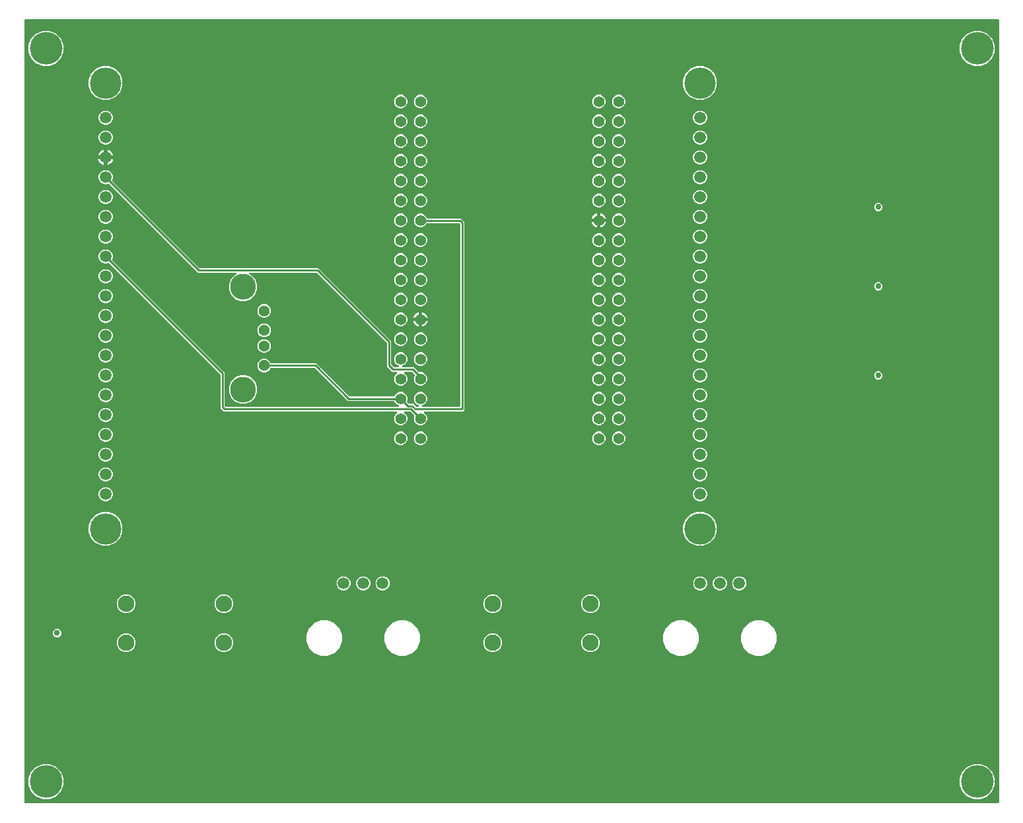
<source format=gbr>
G04 EAGLE Gerber RS-274X export*
G75*
%MOMM*%
%FSLAX34Y34*%
%LPD*%
%INCopper Layer 15*%
%IPPOS*%
%AMOC8*
5,1,8,0,0,1.08239X$1,22.5*%
G01*
%ADD10C,1.397000*%
%ADD11C,1.508000*%
%ADD12C,4.016000*%
%ADD13C,1.428000*%
%ADD14C,3.316000*%
%ADD15C,2.100000*%
%ADD16C,4.191000*%
%ADD17C,0.756400*%
%ADD18C,0.254000*%

G36*
X1258488Y10176D02*
X1258488Y10176D01*
X1258607Y10183D01*
X1258645Y10196D01*
X1258686Y10201D01*
X1258796Y10244D01*
X1258909Y10281D01*
X1258944Y10303D01*
X1258981Y10318D01*
X1259077Y10387D01*
X1259178Y10451D01*
X1259206Y10481D01*
X1259239Y10504D01*
X1259315Y10596D01*
X1259396Y10683D01*
X1259416Y10718D01*
X1259441Y10749D01*
X1259492Y10857D01*
X1259550Y10961D01*
X1259560Y11001D01*
X1259577Y11037D01*
X1259599Y11154D01*
X1259629Y11269D01*
X1259633Y11329D01*
X1259637Y11349D01*
X1259635Y11370D01*
X1259639Y11430D01*
X1259639Y1013970D01*
X1259624Y1014088D01*
X1259617Y1014207D01*
X1259604Y1014245D01*
X1259599Y1014286D01*
X1259556Y1014396D01*
X1259519Y1014509D01*
X1259497Y1014544D01*
X1259482Y1014581D01*
X1259413Y1014677D01*
X1259349Y1014778D01*
X1259319Y1014806D01*
X1259296Y1014839D01*
X1259204Y1014915D01*
X1259117Y1014996D01*
X1259082Y1015016D01*
X1259051Y1015041D01*
X1258943Y1015092D01*
X1258839Y1015150D01*
X1258799Y1015160D01*
X1258763Y1015177D01*
X1258646Y1015199D01*
X1258531Y1015229D01*
X1258471Y1015233D01*
X1258451Y1015237D01*
X1258430Y1015235D01*
X1258370Y1015239D01*
X11430Y1015239D01*
X11312Y1015224D01*
X11193Y1015217D01*
X11155Y1015204D01*
X11114Y1015199D01*
X11004Y1015156D01*
X10891Y1015119D01*
X10856Y1015097D01*
X10819Y1015082D01*
X10723Y1015013D01*
X10622Y1014949D01*
X10594Y1014919D01*
X10561Y1014896D01*
X10485Y1014804D01*
X10404Y1014717D01*
X10384Y1014682D01*
X10359Y1014651D01*
X10308Y1014543D01*
X10250Y1014439D01*
X10240Y1014399D01*
X10223Y1014363D01*
X10201Y1014246D01*
X10171Y1014131D01*
X10167Y1014071D01*
X10163Y1014051D01*
X10165Y1014030D01*
X10161Y1013970D01*
X10161Y11430D01*
X10176Y11312D01*
X10183Y11193D01*
X10196Y11155D01*
X10201Y11114D01*
X10244Y11004D01*
X10281Y10891D01*
X10303Y10856D01*
X10318Y10819D01*
X10387Y10723D01*
X10451Y10622D01*
X10481Y10594D01*
X10504Y10561D01*
X10596Y10485D01*
X10683Y10404D01*
X10718Y10384D01*
X10749Y10359D01*
X10857Y10308D01*
X10961Y10250D01*
X11001Y10240D01*
X11037Y10223D01*
X11154Y10201D01*
X11269Y10171D01*
X11329Y10167D01*
X11349Y10163D01*
X11370Y10165D01*
X11430Y10161D01*
X1258370Y10161D01*
X1258488Y10176D01*
G37*
%LPC*%
G36*
X490807Y495090D02*
X490807Y495090D01*
X487680Y496386D01*
X485286Y498780D01*
X483990Y501907D01*
X483990Y505293D01*
X485286Y508420D01*
X487524Y510659D01*
X487609Y510768D01*
X487698Y510875D01*
X487706Y510894D01*
X487719Y510910D01*
X487774Y511038D01*
X487833Y511163D01*
X487837Y511183D01*
X487845Y511202D01*
X487867Y511340D01*
X487893Y511476D01*
X487892Y511496D01*
X487895Y511516D01*
X487882Y511655D01*
X487873Y511793D01*
X487867Y511812D01*
X487865Y511832D01*
X487818Y511964D01*
X487775Y512095D01*
X487765Y512113D01*
X487758Y512132D01*
X487680Y512247D01*
X487605Y512364D01*
X487590Y512378D01*
X487579Y512395D01*
X487475Y512487D01*
X487374Y512582D01*
X487356Y512592D01*
X487341Y512605D01*
X487217Y512669D01*
X487095Y512736D01*
X487076Y512741D01*
X487057Y512750D01*
X486922Y512780D01*
X486787Y512815D01*
X486759Y512817D01*
X486747Y512820D01*
X486727Y512819D01*
X486626Y512825D01*
X265542Y512825D01*
X261365Y517002D01*
X261365Y559657D01*
X261353Y559755D01*
X261350Y559854D01*
X261333Y559912D01*
X261325Y559972D01*
X261289Y560064D01*
X261261Y560159D01*
X261231Y560212D01*
X261208Y560268D01*
X261150Y560348D01*
X261100Y560433D01*
X261034Y560509D01*
X261022Y560525D01*
X261012Y560533D01*
X260994Y560554D01*
X119043Y702505D01*
X119019Y702523D01*
X119000Y702545D01*
X118894Y702620D01*
X118792Y702700D01*
X118764Y702712D01*
X118740Y702729D01*
X118619Y702775D01*
X118500Y702826D01*
X118471Y702831D01*
X118443Y702841D01*
X118314Y702856D01*
X118186Y702876D01*
X118156Y702873D01*
X118127Y702876D01*
X117998Y702858D01*
X117869Y702846D01*
X117841Y702836D01*
X117812Y702832D01*
X117660Y702780D01*
X116103Y702135D01*
X112497Y702135D01*
X109165Y703515D01*
X106615Y706065D01*
X105235Y709397D01*
X105235Y713003D01*
X106615Y716335D01*
X109165Y718885D01*
X112497Y720265D01*
X116103Y720265D01*
X119435Y718885D01*
X121985Y716335D01*
X123365Y713003D01*
X123365Y709397D01*
X122720Y707840D01*
X122712Y707812D01*
X122699Y707786D01*
X122670Y707659D01*
X122636Y707534D01*
X122636Y707504D01*
X122629Y707475D01*
X122633Y707346D01*
X122631Y707216D01*
X122638Y707187D01*
X122639Y707157D01*
X122675Y707033D01*
X122705Y706906D01*
X122719Y706880D01*
X122727Y706852D01*
X122793Y706740D01*
X122854Y706625D01*
X122874Y706603D01*
X122889Y706578D01*
X122995Y706457D01*
X264946Y564506D01*
X266955Y562498D01*
X266955Y519843D01*
X266967Y519745D01*
X266970Y519646D01*
X266987Y519588D01*
X266995Y519528D01*
X267031Y519436D01*
X267059Y519341D01*
X267089Y519288D01*
X267112Y519232D01*
X267170Y519152D01*
X267220Y519067D01*
X267286Y518991D01*
X267298Y518975D01*
X267308Y518967D01*
X267326Y518946D01*
X267486Y518786D01*
X267564Y518726D01*
X267636Y518658D01*
X267689Y518629D01*
X267737Y518592D01*
X267828Y518552D01*
X267915Y518504D01*
X267973Y518489D01*
X268029Y518465D01*
X268127Y518450D01*
X268223Y518425D01*
X268323Y518419D01*
X268343Y518415D01*
X268355Y518417D01*
X268383Y518415D01*
X489437Y518415D01*
X489506Y518423D01*
X489576Y518422D01*
X489664Y518443D01*
X489753Y518455D01*
X489818Y518480D01*
X489885Y518497D01*
X489965Y518539D01*
X490048Y518572D01*
X490105Y518613D01*
X490167Y518645D01*
X490233Y518706D01*
X490306Y518758D01*
X490350Y518812D01*
X490402Y518859D01*
X490451Y518934D01*
X490509Y519003D01*
X490538Y519067D01*
X490577Y519125D01*
X490606Y519210D01*
X490644Y519291D01*
X490657Y519360D01*
X490680Y519426D01*
X490687Y519515D01*
X490704Y519603D01*
X490700Y519673D01*
X490705Y519743D01*
X490690Y519831D01*
X490684Y519921D01*
X490663Y519987D01*
X490651Y520056D01*
X490614Y520138D01*
X490586Y520223D01*
X490549Y520282D01*
X490520Y520346D01*
X490464Y520416D01*
X490416Y520492D01*
X490365Y520540D01*
X490322Y520594D01*
X490250Y520649D01*
X490184Y520710D01*
X490123Y520744D01*
X490067Y520786D01*
X489923Y520857D01*
X487680Y521786D01*
X485286Y524180D01*
X484771Y525422D01*
X484757Y525447D01*
X484748Y525475D01*
X484678Y525585D01*
X484614Y525698D01*
X484593Y525719D01*
X484577Y525744D01*
X484483Y525833D01*
X484392Y525926D01*
X484367Y525942D01*
X484346Y525962D01*
X484232Y526025D01*
X484121Y526093D01*
X484093Y526101D01*
X484067Y526116D01*
X483942Y526148D01*
X483817Y526186D01*
X483788Y526188D01*
X483759Y526195D01*
X483599Y526205D01*
X424882Y526205D01*
X382754Y568334D01*
X382676Y568394D01*
X382604Y568462D01*
X382551Y568491D01*
X382503Y568528D01*
X382412Y568568D01*
X382325Y568616D01*
X382267Y568631D01*
X382211Y568655D01*
X382113Y568670D01*
X382017Y568695D01*
X381917Y568701D01*
X381897Y568705D01*
X381885Y568703D01*
X381857Y568705D01*
X326569Y568705D01*
X326540Y568702D01*
X326510Y568704D01*
X326383Y568682D01*
X326254Y568665D01*
X326226Y568655D01*
X326197Y568650D01*
X326078Y568596D01*
X325958Y568548D01*
X325934Y568531D01*
X325907Y568519D01*
X325805Y568438D01*
X325701Y568362D01*
X325682Y568339D01*
X325659Y568320D01*
X325581Y568217D01*
X325498Y568117D01*
X325485Y568090D01*
X325467Y568066D01*
X325396Y567922D01*
X324846Y566592D01*
X322408Y564154D01*
X319224Y562835D01*
X315776Y562835D01*
X312592Y564154D01*
X310154Y566592D01*
X308835Y569776D01*
X308835Y573224D01*
X310154Y576408D01*
X312592Y578846D01*
X315776Y580165D01*
X319224Y580165D01*
X322408Y578846D01*
X324846Y576408D01*
X325396Y575078D01*
X325411Y575053D01*
X325420Y575025D01*
X325490Y574915D01*
X325554Y574802D01*
X325575Y574781D01*
X325590Y574756D01*
X325685Y574667D01*
X325775Y574574D01*
X325800Y574558D01*
X325822Y574538D01*
X325936Y574475D01*
X326046Y574407D01*
X326075Y574399D01*
X326100Y574384D01*
X326226Y574352D01*
X326350Y574314D01*
X326380Y574312D01*
X326408Y574305D01*
X326569Y574295D01*
X384698Y574295D01*
X426826Y532166D01*
X426904Y532106D01*
X426976Y532038D01*
X427029Y532009D01*
X427077Y531972D01*
X427168Y531932D01*
X427255Y531884D01*
X427313Y531869D01*
X427369Y531845D01*
X427467Y531830D01*
X427563Y531805D01*
X427663Y531799D01*
X427683Y531795D01*
X427695Y531797D01*
X427723Y531795D01*
X483599Y531795D01*
X483628Y531798D01*
X483657Y531796D01*
X483785Y531818D01*
X483914Y531835D01*
X483942Y531845D01*
X483971Y531850D01*
X484089Y531904D01*
X484210Y531952D01*
X484234Y531969D01*
X484261Y531981D01*
X484362Y532062D01*
X484467Y532138D01*
X484486Y532161D01*
X484509Y532180D01*
X484587Y532283D01*
X484670Y532383D01*
X484683Y532410D01*
X484700Y532434D01*
X484771Y532578D01*
X485286Y533820D01*
X487680Y536214D01*
X490807Y537510D01*
X494193Y537510D01*
X497320Y536214D01*
X499714Y533820D01*
X501010Y530693D01*
X501010Y527307D01*
X500495Y526065D01*
X500487Y526037D01*
X500474Y526010D01*
X500446Y525884D01*
X500411Y525758D01*
X500411Y525729D01*
X500404Y525700D01*
X500408Y525570D01*
X500406Y525440D01*
X500413Y525412D01*
X500414Y525382D01*
X500450Y525258D01*
X500480Y525131D01*
X500494Y525105D01*
X500502Y525077D01*
X500568Y524965D01*
X500629Y524850D01*
X500649Y524828D01*
X500664Y524803D01*
X500770Y524682D01*
X502602Y522850D01*
X502680Y522790D01*
X502752Y522722D01*
X502805Y522693D01*
X502853Y522656D01*
X502944Y522616D01*
X503031Y522568D01*
X503089Y522553D01*
X503145Y522529D01*
X503243Y522514D01*
X503339Y522489D01*
X503439Y522483D01*
X503459Y522479D01*
X503471Y522481D01*
X503499Y522479D01*
X508721Y522479D01*
X512413Y518786D01*
X512492Y518726D01*
X512564Y518658D01*
X512617Y518629D01*
X512665Y518592D01*
X512755Y518552D01*
X512842Y518504D01*
X512901Y518489D01*
X512956Y518465D01*
X513054Y518450D01*
X513150Y518425D01*
X513250Y518419D01*
X513270Y518415D01*
X513283Y518417D01*
X513311Y518415D01*
X514837Y518415D01*
X514906Y518423D01*
X514976Y518422D01*
X515064Y518443D01*
X515153Y518455D01*
X515218Y518480D01*
X515285Y518497D01*
X515365Y518539D01*
X515448Y518572D01*
X515505Y518613D01*
X515567Y518645D01*
X515633Y518706D01*
X515706Y518758D01*
X515750Y518812D01*
X515802Y518859D01*
X515851Y518934D01*
X515909Y519003D01*
X515938Y519067D01*
X515977Y519125D01*
X516006Y519210D01*
X516044Y519291D01*
X516057Y519360D01*
X516080Y519426D01*
X516087Y519515D01*
X516104Y519603D01*
X516100Y519673D01*
X516105Y519743D01*
X516090Y519831D01*
X516084Y519921D01*
X516063Y519987D01*
X516051Y520056D01*
X516014Y520138D01*
X515986Y520223D01*
X515949Y520282D01*
X515920Y520346D01*
X515864Y520416D01*
X515816Y520492D01*
X515765Y520540D01*
X515722Y520594D01*
X515650Y520649D01*
X515584Y520710D01*
X515523Y520744D01*
X515467Y520786D01*
X515323Y520857D01*
X513080Y521786D01*
X510686Y524180D01*
X509390Y527307D01*
X509390Y530693D01*
X510686Y533820D01*
X513080Y536214D01*
X516207Y537510D01*
X519593Y537510D01*
X522720Y536214D01*
X525114Y533820D01*
X526410Y530693D01*
X526410Y527307D01*
X525114Y524180D01*
X522720Y521786D01*
X520477Y520857D01*
X520416Y520822D01*
X520352Y520796D01*
X520279Y520744D01*
X520201Y520699D01*
X520151Y520651D01*
X520094Y520610D01*
X520037Y520540D01*
X519972Y520478D01*
X519936Y520418D01*
X519891Y520365D01*
X519853Y520283D01*
X519806Y520207D01*
X519786Y520140D01*
X519756Y520077D01*
X519739Y519989D01*
X519713Y519903D01*
X519709Y519833D01*
X519696Y519764D01*
X519702Y519675D01*
X519697Y519585D01*
X519712Y519517D01*
X519716Y519447D01*
X519744Y519362D01*
X519762Y519274D01*
X519792Y519211D01*
X519814Y519145D01*
X519862Y519069D01*
X519901Y518988D01*
X519947Y518935D01*
X519984Y518876D01*
X520050Y518814D01*
X520108Y518746D01*
X520165Y518706D01*
X520216Y518658D01*
X520294Y518615D01*
X520368Y518563D01*
X520433Y518538D01*
X520494Y518504D01*
X520581Y518482D01*
X520665Y518450D01*
X520735Y518442D01*
X520802Y518425D01*
X520963Y518415D01*
X567436Y518415D01*
X567554Y518430D01*
X567673Y518437D01*
X567711Y518450D01*
X567752Y518455D01*
X567862Y518498D01*
X567975Y518535D01*
X568010Y518557D01*
X568047Y518572D01*
X568143Y518641D01*
X568244Y518705D01*
X568272Y518735D01*
X568305Y518758D01*
X568381Y518850D01*
X568462Y518937D01*
X568482Y518972D01*
X568507Y519003D01*
X568558Y519111D01*
X568616Y519215D01*
X568626Y519255D01*
X568643Y519291D01*
X568665Y519408D01*
X568695Y519523D01*
X568699Y519583D01*
X568703Y519603D01*
X568701Y519624D01*
X568705Y519684D01*
X568705Y752697D01*
X568693Y752795D01*
X568690Y752894D01*
X568673Y752952D01*
X568665Y753012D01*
X568629Y753104D01*
X568601Y753199D01*
X568571Y753252D01*
X568548Y753308D01*
X568490Y753388D01*
X568440Y753473D01*
X568374Y753549D01*
X568362Y753565D01*
X568352Y753573D01*
X568334Y753594D01*
X568174Y753754D01*
X568096Y753814D01*
X568024Y753882D01*
X567971Y753911D01*
X567923Y753948D01*
X567832Y753988D01*
X567745Y754036D01*
X567687Y754051D01*
X567631Y754075D01*
X567533Y754090D01*
X567437Y754115D01*
X567337Y754121D01*
X567317Y754125D01*
X567305Y754123D01*
X567277Y754125D01*
X526520Y754125D01*
X526490Y754122D01*
X526461Y754124D01*
X526333Y754102D01*
X526204Y754085D01*
X526177Y754075D01*
X526148Y754070D01*
X526029Y754016D01*
X525908Y753968D01*
X525885Y753951D01*
X525858Y753939D01*
X525756Y753858D01*
X525651Y753782D01*
X525632Y753759D01*
X525609Y753740D01*
X525531Y753637D01*
X525448Y753537D01*
X525436Y753510D01*
X525418Y753486D01*
X525347Y753342D01*
X525114Y752780D01*
X522720Y750386D01*
X519593Y749090D01*
X516207Y749090D01*
X513080Y750386D01*
X510686Y752780D01*
X509390Y755907D01*
X509390Y759293D01*
X510686Y762420D01*
X513080Y764814D01*
X516207Y766110D01*
X519593Y766110D01*
X522720Y764814D01*
X525114Y762420D01*
X525910Y760498D01*
X525925Y760473D01*
X525934Y760445D01*
X526004Y760335D01*
X526068Y760222D01*
X526088Y760201D01*
X526104Y760176D01*
X526199Y760087D01*
X526289Y759994D01*
X526314Y759978D01*
X526336Y759958D01*
X526450Y759895D01*
X526560Y759827D01*
X526589Y759819D01*
X526614Y759804D01*
X526740Y759772D01*
X526864Y759734D01*
X526894Y759732D01*
X526922Y759725D01*
X527083Y759715D01*
X570118Y759715D01*
X574295Y755538D01*
X574295Y514462D01*
X572658Y512825D01*
X523774Y512825D01*
X523636Y512808D01*
X523497Y512795D01*
X523478Y512788D01*
X523458Y512785D01*
X523329Y512734D01*
X523198Y512687D01*
X523181Y512676D01*
X523162Y512668D01*
X523050Y512587D01*
X522935Y512509D01*
X522921Y512493D01*
X522905Y512482D01*
X522816Y512374D01*
X522724Y512270D01*
X522715Y512252D01*
X522702Y512237D01*
X522643Y512111D01*
X522580Y511987D01*
X522575Y511967D01*
X522567Y511949D01*
X522541Y511813D01*
X522510Y511677D01*
X522511Y511656D01*
X522507Y511637D01*
X522515Y511498D01*
X522520Y511359D01*
X522525Y511339D01*
X522527Y511319D01*
X522569Y511187D01*
X522608Y511053D01*
X522618Y511036D01*
X522625Y511017D01*
X522699Y510899D01*
X522770Y510779D01*
X522788Y510758D01*
X522795Y510748D01*
X522810Y510734D01*
X522876Y510659D01*
X525114Y508420D01*
X526410Y505293D01*
X526410Y501907D01*
X525114Y498780D01*
X522720Y496386D01*
X519593Y495090D01*
X516207Y495090D01*
X513080Y496386D01*
X510686Y498780D01*
X509390Y501907D01*
X509390Y505293D01*
X509905Y506535D01*
X509913Y506563D01*
X509926Y506590D01*
X509954Y506716D01*
X509989Y506842D01*
X509989Y506871D01*
X509996Y506900D01*
X509992Y507030D01*
X509994Y507160D01*
X509987Y507188D01*
X509986Y507218D01*
X509950Y507342D01*
X509920Y507469D01*
X509906Y507495D01*
X509898Y507523D01*
X509832Y507635D01*
X509771Y507750D01*
X509751Y507772D01*
X509736Y507797D01*
X509630Y507918D01*
X505094Y512454D01*
X505016Y512514D01*
X504944Y512582D01*
X504891Y512611D01*
X504843Y512648D01*
X504752Y512688D01*
X504665Y512736D01*
X504607Y512751D01*
X504551Y512775D01*
X504453Y512790D01*
X504357Y512815D01*
X504257Y512821D01*
X504237Y512825D01*
X504225Y512823D01*
X504197Y512825D01*
X498374Y512825D01*
X498236Y512808D01*
X498097Y512795D01*
X498078Y512788D01*
X498058Y512785D01*
X497929Y512734D01*
X497798Y512687D01*
X497781Y512676D01*
X497762Y512668D01*
X497650Y512587D01*
X497535Y512509D01*
X497521Y512493D01*
X497505Y512482D01*
X497416Y512374D01*
X497324Y512270D01*
X497315Y512252D01*
X497302Y512237D01*
X497243Y512111D01*
X497180Y511987D01*
X497175Y511967D01*
X497167Y511949D01*
X497141Y511813D01*
X497110Y511677D01*
X497111Y511656D01*
X497107Y511637D01*
X497115Y511498D01*
X497120Y511359D01*
X497125Y511339D01*
X497127Y511319D01*
X497169Y511187D01*
X497208Y511053D01*
X497218Y511036D01*
X497225Y511017D01*
X497299Y510899D01*
X497370Y510779D01*
X497388Y510758D01*
X497395Y510748D01*
X497410Y510734D01*
X497476Y510659D01*
X499714Y508420D01*
X501010Y505293D01*
X501010Y501907D01*
X499714Y498780D01*
X497320Y496386D01*
X494193Y495090D01*
X490807Y495090D01*
G37*
%LPD*%
%LPC*%
G36*
X490807Y545890D02*
X490807Y545890D01*
X487680Y547186D01*
X485286Y549580D01*
X483990Y552707D01*
X483990Y556093D01*
X485286Y559220D01*
X487524Y561459D01*
X487609Y561568D01*
X487698Y561675D01*
X487706Y561694D01*
X487719Y561710D01*
X487774Y561838D01*
X487833Y561963D01*
X487837Y561983D01*
X487845Y562002D01*
X487867Y562140D01*
X487893Y562276D01*
X487892Y562296D01*
X487895Y562316D01*
X487882Y562455D01*
X487873Y562593D01*
X487867Y562612D01*
X487865Y562632D01*
X487818Y562764D01*
X487775Y562895D01*
X487765Y562913D01*
X487758Y562932D01*
X487680Y563047D01*
X487605Y563164D01*
X487590Y563178D01*
X487579Y563195D01*
X487475Y563287D01*
X487374Y563382D01*
X487356Y563392D01*
X487341Y563405D01*
X487217Y563469D01*
X487095Y563536D01*
X487076Y563541D01*
X487057Y563550D01*
X486922Y563580D01*
X486787Y563615D01*
X486759Y563617D01*
X486747Y563620D01*
X486727Y563619D01*
X486626Y563625D01*
X481442Y563625D01*
X474725Y570342D01*
X474725Y600297D01*
X474713Y600395D01*
X474710Y600494D01*
X474693Y600552D01*
X474685Y600612D01*
X474649Y600704D01*
X474621Y600799D01*
X474591Y600852D01*
X474568Y600908D01*
X474510Y600988D01*
X474460Y601073D01*
X474394Y601149D01*
X474382Y601165D01*
X474372Y601173D01*
X474354Y601194D01*
X385294Y690254D01*
X385216Y690314D01*
X385144Y690382D01*
X385091Y690411D01*
X385043Y690448D01*
X384952Y690488D01*
X384865Y690536D01*
X384807Y690551D01*
X384751Y690575D01*
X384653Y690590D01*
X384557Y690615D01*
X384457Y690621D01*
X384437Y690625D01*
X384425Y690623D01*
X384397Y690625D01*
X299608Y690625D01*
X299539Y690617D01*
X299469Y690618D01*
X299382Y690597D01*
X299293Y690585D01*
X299228Y690560D01*
X299160Y690543D01*
X299081Y690501D01*
X298997Y690468D01*
X298941Y690427D01*
X298879Y690395D01*
X298812Y690334D01*
X298740Y690282D01*
X298695Y690228D01*
X298644Y690181D01*
X298594Y690106D01*
X298537Y690037D01*
X298507Y689973D01*
X298469Y689915D01*
X298440Y689830D01*
X298401Y689749D01*
X298388Y689680D01*
X298366Y689614D01*
X298359Y689525D01*
X298342Y689437D01*
X298346Y689367D01*
X298340Y689297D01*
X298356Y689209D01*
X298361Y689119D01*
X298383Y689053D01*
X298395Y688984D01*
X298432Y688902D01*
X298459Y688817D01*
X298497Y688758D01*
X298525Y688694D01*
X298582Y688624D01*
X298630Y688548D01*
X298680Y688500D01*
X298724Y688446D01*
X298796Y688391D01*
X298861Y688330D01*
X298922Y688296D01*
X298978Y688254D01*
X299123Y688183D01*
X300655Y687548D01*
X305748Y682455D01*
X308505Y675801D01*
X308505Y668599D01*
X305748Y661945D01*
X300655Y656852D01*
X294001Y654095D01*
X286799Y654095D01*
X280145Y656852D01*
X275052Y661945D01*
X272295Y668599D01*
X272295Y675801D01*
X275052Y682455D01*
X280145Y687548D01*
X281677Y688183D01*
X281738Y688218D01*
X281803Y688244D01*
X281875Y688296D01*
X281954Y688341D01*
X282004Y688389D01*
X282060Y688430D01*
X282118Y688500D01*
X282182Y688562D01*
X282218Y688622D01*
X282263Y688675D01*
X282301Y688757D01*
X282348Y688833D01*
X282369Y688900D01*
X282399Y688963D01*
X282415Y689051D01*
X282442Y689137D01*
X282445Y689207D01*
X282458Y689276D01*
X282453Y689365D01*
X282457Y689455D01*
X282443Y689523D01*
X282439Y689593D01*
X282411Y689678D01*
X282393Y689766D01*
X282362Y689829D01*
X282341Y689895D01*
X282293Y689971D01*
X282253Y690052D01*
X282208Y690105D01*
X282170Y690164D01*
X282105Y690226D01*
X282047Y690294D01*
X281990Y690334D01*
X281939Y690382D01*
X281860Y690425D01*
X281787Y690477D01*
X281721Y690502D01*
X281660Y690536D01*
X281573Y690558D01*
X281489Y690590D01*
X281420Y690598D01*
X281352Y690615D01*
X281192Y690625D01*
X232522Y690625D01*
X119043Y804105D01*
X119019Y804123D01*
X119000Y804145D01*
X118894Y804220D01*
X118792Y804300D01*
X118764Y804312D01*
X118740Y804329D01*
X118619Y804374D01*
X118500Y804426D01*
X118470Y804431D01*
X118443Y804441D01*
X118314Y804456D01*
X118186Y804476D01*
X118156Y804473D01*
X118127Y804476D01*
X117998Y804458D01*
X117869Y804446D01*
X117841Y804436D01*
X117812Y804432D01*
X117660Y804380D01*
X116103Y803735D01*
X112497Y803735D01*
X109165Y805115D01*
X106615Y807665D01*
X105235Y810997D01*
X105235Y814603D01*
X106615Y817935D01*
X109165Y820485D01*
X112497Y821865D01*
X116103Y821865D01*
X119435Y820485D01*
X121985Y817935D01*
X123365Y814603D01*
X123365Y810997D01*
X122720Y809440D01*
X122712Y809412D01*
X122699Y809386D01*
X122670Y809259D01*
X122636Y809134D01*
X122636Y809104D01*
X122629Y809075D01*
X122633Y808946D01*
X122631Y808816D01*
X122638Y808787D01*
X122639Y808757D01*
X122675Y808633D01*
X122705Y808506D01*
X122719Y808480D01*
X122727Y808452D01*
X122793Y808340D01*
X122854Y808225D01*
X122874Y808204D01*
X122889Y808178D01*
X122995Y808057D01*
X234466Y696586D01*
X234544Y696526D01*
X234616Y696458D01*
X234669Y696429D01*
X234717Y696392D01*
X234808Y696352D01*
X234895Y696304D01*
X234953Y696289D01*
X235009Y696265D01*
X235107Y696250D01*
X235203Y696225D01*
X235303Y696219D01*
X235323Y696215D01*
X235335Y696217D01*
X235363Y696215D01*
X387238Y696215D01*
X480315Y603138D01*
X480315Y573183D01*
X480327Y573085D01*
X480330Y572986D01*
X480347Y572928D01*
X480355Y572868D01*
X480391Y572776D01*
X480419Y572681D01*
X480449Y572628D01*
X480472Y572572D01*
X480530Y572492D01*
X480580Y572407D01*
X480646Y572331D01*
X480658Y572315D01*
X480668Y572307D01*
X480686Y572286D01*
X483386Y569586D01*
X483464Y569526D01*
X483536Y569458D01*
X483589Y569429D01*
X483637Y569392D01*
X483728Y569352D01*
X483815Y569304D01*
X483873Y569289D01*
X483929Y569265D01*
X484027Y569250D01*
X484123Y569225D01*
X484223Y569219D01*
X484243Y569215D01*
X484255Y569217D01*
X484283Y569215D01*
X489437Y569215D01*
X489506Y569223D01*
X489576Y569222D01*
X489664Y569243D01*
X489753Y569255D01*
X489818Y569280D01*
X489885Y569297D01*
X489965Y569339D01*
X490048Y569372D01*
X490105Y569413D01*
X490167Y569445D01*
X490233Y569506D01*
X490306Y569558D01*
X490350Y569612D01*
X490402Y569659D01*
X490451Y569734D01*
X490509Y569803D01*
X490538Y569867D01*
X490577Y569925D01*
X490606Y570010D01*
X490644Y570091D01*
X490657Y570160D01*
X490680Y570226D01*
X490687Y570315D01*
X490704Y570403D01*
X490700Y570473D01*
X490705Y570543D01*
X490690Y570631D01*
X490684Y570721D01*
X490663Y570787D01*
X490651Y570856D01*
X490614Y570938D01*
X490586Y571023D01*
X490549Y571082D01*
X490520Y571146D01*
X490464Y571216D01*
X490416Y571292D01*
X490365Y571340D01*
X490322Y571394D01*
X490250Y571449D01*
X490184Y571510D01*
X490123Y571544D01*
X490067Y571586D01*
X489923Y571657D01*
X487680Y572586D01*
X485286Y574980D01*
X483990Y578107D01*
X483990Y581493D01*
X485286Y584620D01*
X487680Y587014D01*
X490807Y588310D01*
X494193Y588310D01*
X497320Y587014D01*
X499714Y584620D01*
X501010Y581493D01*
X501010Y578107D01*
X499714Y574980D01*
X497320Y572586D01*
X495077Y571657D01*
X495016Y571622D01*
X494952Y571596D01*
X494879Y571544D01*
X494801Y571499D01*
X494751Y571451D01*
X494694Y571410D01*
X494637Y571340D01*
X494572Y571278D01*
X494536Y571218D01*
X494491Y571165D01*
X494453Y571083D01*
X494406Y571007D01*
X494386Y570940D01*
X494356Y570877D01*
X494339Y570789D01*
X494313Y570703D01*
X494309Y570633D01*
X494296Y570564D01*
X494302Y570475D01*
X494297Y570385D01*
X494312Y570317D01*
X494316Y570247D01*
X494344Y570162D01*
X494362Y570074D01*
X494392Y570011D01*
X494414Y569945D01*
X494462Y569869D01*
X494501Y569788D01*
X494547Y569735D01*
X494584Y569676D01*
X494650Y569614D01*
X494708Y569546D01*
X494765Y569506D01*
X494816Y569458D01*
X494894Y569415D01*
X494968Y569363D01*
X495033Y569338D01*
X495094Y569304D01*
X495181Y569282D01*
X495265Y569250D01*
X495335Y569242D01*
X495402Y569225D01*
X495563Y569215D01*
X509158Y569215D01*
X511166Y567206D01*
X515091Y563281D01*
X515169Y563221D01*
X515241Y563153D01*
X515294Y563124D01*
X515342Y563087D01*
X515433Y563047D01*
X515520Y562999D01*
X515578Y562984D01*
X515634Y562960D01*
X515732Y562945D01*
X515828Y562920D01*
X515928Y562914D01*
X515948Y562910D01*
X515960Y562912D01*
X515988Y562910D01*
X519593Y562910D01*
X522720Y561614D01*
X525114Y559220D01*
X526410Y556093D01*
X526410Y552707D01*
X525114Y549580D01*
X522720Y547186D01*
X519593Y545890D01*
X516207Y545890D01*
X513080Y547186D01*
X510686Y549580D01*
X509390Y552707D01*
X509390Y556093D01*
X510526Y558834D01*
X510533Y558862D01*
X510547Y558889D01*
X510575Y559016D01*
X510610Y559141D01*
X510610Y559170D01*
X510617Y559199D01*
X510613Y559329D01*
X510615Y559459D01*
X510608Y559487D01*
X510607Y559517D01*
X510571Y559641D01*
X510541Y559768D01*
X510527Y559794D01*
X510519Y559822D01*
X510453Y559934D01*
X510392Y560049D01*
X510372Y560071D01*
X510357Y560096D01*
X510251Y560217D01*
X507214Y563254D01*
X507136Y563314D01*
X507064Y563382D01*
X507011Y563411D01*
X506963Y563448D01*
X506872Y563488D01*
X506785Y563536D01*
X506727Y563551D01*
X506671Y563575D01*
X506573Y563590D01*
X506477Y563615D01*
X506377Y563621D01*
X506357Y563625D01*
X506345Y563623D01*
X506317Y563625D01*
X498374Y563625D01*
X498236Y563608D01*
X498097Y563595D01*
X498078Y563588D01*
X498058Y563585D01*
X497929Y563534D01*
X497798Y563487D01*
X497781Y563476D01*
X497762Y563468D01*
X497650Y563387D01*
X497535Y563309D01*
X497521Y563293D01*
X497505Y563282D01*
X497416Y563174D01*
X497324Y563070D01*
X497315Y563052D01*
X497302Y563037D01*
X497243Y562910D01*
X497180Y562787D01*
X497175Y562767D01*
X497167Y562749D01*
X497141Y562613D01*
X497110Y562477D01*
X497111Y562456D01*
X497107Y562437D01*
X497115Y562298D01*
X497120Y562159D01*
X497125Y562139D01*
X497127Y562119D01*
X497169Y561987D01*
X497208Y561853D01*
X497218Y561836D01*
X497225Y561817D01*
X497299Y561699D01*
X497370Y561579D01*
X497388Y561558D01*
X497395Y561548D01*
X497410Y561534D01*
X497476Y561459D01*
X499714Y559220D01*
X501010Y556093D01*
X501010Y552707D01*
X499714Y549580D01*
X497320Y547186D01*
X494193Y545890D01*
X490807Y545890D01*
G37*
%LPD*%
%LPC*%
G36*
X947192Y199439D02*
X947192Y199439D01*
X938864Y202889D01*
X932489Y209264D01*
X929039Y217592D01*
X929039Y226608D01*
X932489Y234936D01*
X938864Y241311D01*
X947192Y244761D01*
X956208Y244761D01*
X964536Y241311D01*
X970911Y234936D01*
X974361Y226608D01*
X974361Y217592D01*
X970911Y209264D01*
X964536Y202889D01*
X956208Y199439D01*
X947192Y199439D01*
G37*
%LPD*%
%LPC*%
G36*
X389992Y199439D02*
X389992Y199439D01*
X381664Y202889D01*
X375289Y209264D01*
X371839Y217592D01*
X371839Y226608D01*
X375289Y234936D01*
X381664Y241311D01*
X389992Y244761D01*
X399008Y244761D01*
X407336Y241311D01*
X413711Y234936D01*
X417161Y226608D01*
X417161Y217592D01*
X413711Y209264D01*
X407336Y202889D01*
X399008Y199439D01*
X389992Y199439D01*
G37*
%LPD*%
%LPC*%
G36*
X489992Y199439D02*
X489992Y199439D01*
X481664Y202889D01*
X475289Y209264D01*
X471839Y217592D01*
X471839Y226608D01*
X475289Y234936D01*
X481664Y241311D01*
X489992Y244761D01*
X499008Y244761D01*
X507336Y241311D01*
X513711Y234936D01*
X517161Y226608D01*
X517161Y217592D01*
X513711Y209264D01*
X507336Y202889D01*
X499008Y199439D01*
X489992Y199439D01*
G37*
%LPD*%
%LPC*%
G36*
X847192Y199439D02*
X847192Y199439D01*
X838864Y202889D01*
X832489Y209264D01*
X829039Y217592D01*
X829039Y226608D01*
X832489Y234936D01*
X838864Y241311D01*
X847192Y244761D01*
X856208Y244761D01*
X864536Y241311D01*
X870911Y234936D01*
X874361Y226608D01*
X874361Y217592D01*
X870911Y209264D01*
X864536Y202889D01*
X856208Y199439D01*
X847192Y199439D01*
G37*
%LPD*%
%LPC*%
G36*
X1227428Y955420D02*
X1227428Y955420D01*
X1219166Y958843D01*
X1212843Y965166D01*
X1209420Y973428D01*
X1209420Y982372D01*
X1212843Y990634D01*
X1219166Y996957D01*
X1227428Y1000380D01*
X1236372Y1000380D01*
X1244634Y996957D01*
X1250957Y990634D01*
X1254380Y982372D01*
X1254380Y973428D01*
X1250957Y965166D01*
X1244634Y958843D01*
X1236372Y955420D01*
X1227428Y955420D01*
G37*
%LPD*%
%LPC*%
G36*
X33628Y955420D02*
X33628Y955420D01*
X25366Y958843D01*
X19043Y965166D01*
X15620Y973428D01*
X15620Y982372D01*
X19043Y990634D01*
X25366Y996957D01*
X33628Y1000380D01*
X42572Y1000380D01*
X50834Y996957D01*
X57157Y990634D01*
X60580Y982372D01*
X60580Y973428D01*
X57157Y965166D01*
X50834Y958843D01*
X42572Y955420D01*
X33628Y955420D01*
G37*
%LPD*%
%LPC*%
G36*
X33628Y15620D02*
X33628Y15620D01*
X25366Y19043D01*
X19043Y25366D01*
X15620Y33628D01*
X15620Y42572D01*
X19043Y50834D01*
X25366Y57157D01*
X33628Y60580D01*
X42572Y60580D01*
X50834Y57157D01*
X57157Y50834D01*
X60580Y42572D01*
X60580Y33628D01*
X57157Y25366D01*
X50834Y19043D01*
X42572Y15620D01*
X33628Y15620D01*
G37*
%LPD*%
%LPC*%
G36*
X1227428Y15620D02*
X1227428Y15620D01*
X1219166Y19043D01*
X1212843Y25366D01*
X1209420Y33628D01*
X1209420Y42572D01*
X1212843Y50834D01*
X1219166Y57157D01*
X1227428Y60580D01*
X1236372Y60580D01*
X1244634Y57157D01*
X1250957Y50834D01*
X1254380Y42572D01*
X1254380Y33628D01*
X1250957Y25366D01*
X1244634Y19043D01*
X1236372Y15620D01*
X1227428Y15620D01*
G37*
%LPD*%
%LPC*%
G36*
X872003Y911845D02*
X872003Y911845D01*
X864062Y915134D01*
X857984Y921212D01*
X854695Y929153D01*
X854695Y937747D01*
X857984Y945688D01*
X864062Y951766D01*
X872003Y955055D01*
X880597Y955055D01*
X888538Y951766D01*
X894616Y945688D01*
X897905Y937747D01*
X897905Y929153D01*
X894616Y921212D01*
X888538Y915134D01*
X880597Y911845D01*
X872003Y911845D01*
G37*
%LPD*%
%LPC*%
G36*
X110003Y911845D02*
X110003Y911845D01*
X102062Y915134D01*
X95984Y921212D01*
X92695Y929153D01*
X92695Y937747D01*
X95984Y945688D01*
X102062Y951766D01*
X110003Y955055D01*
X118597Y955055D01*
X126538Y951766D01*
X132616Y945688D01*
X135905Y937747D01*
X135905Y929153D01*
X132616Y921212D01*
X126538Y915134D01*
X118597Y911845D01*
X110003Y911845D01*
G37*
%LPD*%
%LPC*%
G36*
X110003Y340345D02*
X110003Y340345D01*
X102062Y343634D01*
X95984Y349712D01*
X92695Y357653D01*
X92695Y366247D01*
X95984Y374188D01*
X102062Y380266D01*
X110003Y383555D01*
X118597Y383555D01*
X126538Y380266D01*
X132616Y374188D01*
X135905Y366247D01*
X135905Y357653D01*
X132616Y349712D01*
X126538Y343634D01*
X118597Y340345D01*
X110003Y340345D01*
G37*
%LPD*%
%LPC*%
G36*
X872003Y340345D02*
X872003Y340345D01*
X864062Y343634D01*
X857984Y349712D01*
X854695Y357653D01*
X854695Y366247D01*
X857984Y374188D01*
X864062Y380266D01*
X872003Y383555D01*
X880597Y383555D01*
X888538Y380266D01*
X894616Y374188D01*
X897905Y366247D01*
X897905Y357653D01*
X894616Y349712D01*
X888538Y343634D01*
X880597Y340345D01*
X872003Y340345D01*
G37*
%LPD*%
%LPC*%
G36*
X286799Y522695D02*
X286799Y522695D01*
X280145Y525452D01*
X275052Y530545D01*
X272295Y537199D01*
X272295Y544401D01*
X275052Y551055D01*
X280145Y556148D01*
X286799Y558905D01*
X294001Y558905D01*
X300655Y556148D01*
X305748Y551055D01*
X308505Y544401D01*
X308505Y537199D01*
X305748Y530545D01*
X300655Y525452D01*
X294001Y522695D01*
X286799Y522695D01*
G37*
%LPD*%
%LPC*%
G36*
X138308Y254275D02*
X138308Y254275D01*
X133889Y256106D01*
X130506Y259489D01*
X128675Y263908D01*
X128675Y268692D01*
X130506Y273111D01*
X133889Y276494D01*
X138308Y278325D01*
X143092Y278325D01*
X147511Y276494D01*
X150894Y273111D01*
X152725Y268692D01*
X152725Y263908D01*
X150894Y259489D01*
X147511Y256106D01*
X143092Y254275D01*
X138308Y254275D01*
G37*
%LPD*%
%LPC*%
G36*
X263308Y254275D02*
X263308Y254275D01*
X258889Y256106D01*
X255506Y259489D01*
X253675Y263908D01*
X253675Y268692D01*
X255506Y273111D01*
X258889Y276494D01*
X263308Y278325D01*
X268092Y278325D01*
X272511Y276494D01*
X275894Y273111D01*
X277725Y268692D01*
X277725Y263908D01*
X275894Y259489D01*
X272511Y256106D01*
X268092Y254275D01*
X263308Y254275D01*
G37*
%LPD*%
%LPC*%
G36*
X608208Y254275D02*
X608208Y254275D01*
X603789Y256106D01*
X600406Y259489D01*
X598575Y263908D01*
X598575Y268692D01*
X600406Y273111D01*
X603789Y276494D01*
X608208Y278325D01*
X612992Y278325D01*
X617411Y276494D01*
X620794Y273111D01*
X622625Y268692D01*
X622625Y263908D01*
X620794Y259489D01*
X617411Y256106D01*
X612992Y254275D01*
X608208Y254275D01*
G37*
%LPD*%
%LPC*%
G36*
X138308Y204275D02*
X138308Y204275D01*
X133889Y206106D01*
X130506Y209489D01*
X128675Y213908D01*
X128675Y218692D01*
X130506Y223111D01*
X133889Y226494D01*
X138308Y228325D01*
X143092Y228325D01*
X147511Y226494D01*
X150894Y223111D01*
X152725Y218692D01*
X152725Y213908D01*
X150894Y209489D01*
X147511Y206106D01*
X143092Y204275D01*
X138308Y204275D01*
G37*
%LPD*%
%LPC*%
G36*
X733208Y254275D02*
X733208Y254275D01*
X728789Y256106D01*
X725406Y259489D01*
X723575Y263908D01*
X723575Y268692D01*
X725406Y273111D01*
X728789Y276494D01*
X733208Y278325D01*
X737992Y278325D01*
X742411Y276494D01*
X745794Y273111D01*
X747625Y268692D01*
X747625Y263908D01*
X745794Y259489D01*
X742411Y256106D01*
X737992Y254275D01*
X733208Y254275D01*
G37*
%LPD*%
%LPC*%
G36*
X263308Y204275D02*
X263308Y204275D01*
X258889Y206106D01*
X255506Y209489D01*
X253675Y213908D01*
X253675Y218692D01*
X255506Y223111D01*
X258889Y226494D01*
X263308Y228325D01*
X268092Y228325D01*
X272511Y226494D01*
X275894Y223111D01*
X277725Y218692D01*
X277725Y213908D01*
X275894Y209489D01*
X272511Y206106D01*
X268092Y204275D01*
X263308Y204275D01*
G37*
%LPD*%
%LPC*%
G36*
X608208Y204275D02*
X608208Y204275D01*
X603789Y206106D01*
X600406Y209489D01*
X598575Y213908D01*
X598575Y218692D01*
X600406Y223111D01*
X603789Y226494D01*
X608208Y228325D01*
X612992Y228325D01*
X617411Y226494D01*
X620794Y223111D01*
X622625Y218692D01*
X622625Y213908D01*
X620794Y209489D01*
X617411Y206106D01*
X612992Y204275D01*
X608208Y204275D01*
G37*
%LPD*%
%LPC*%
G36*
X733208Y204275D02*
X733208Y204275D01*
X728789Y206106D01*
X725406Y209489D01*
X723575Y213908D01*
X723575Y218692D01*
X725406Y223111D01*
X728789Y226494D01*
X733208Y228325D01*
X737992Y228325D01*
X742411Y226494D01*
X745794Y223111D01*
X747625Y218692D01*
X747625Y213908D01*
X745794Y209489D01*
X742411Y206106D01*
X737992Y204275D01*
X733208Y204275D01*
G37*
%LPD*%
%LPC*%
G36*
X874497Y727535D02*
X874497Y727535D01*
X871165Y728915D01*
X868615Y731465D01*
X867235Y734797D01*
X867235Y738403D01*
X868615Y741735D01*
X871165Y744285D01*
X874497Y745665D01*
X878103Y745665D01*
X881435Y744285D01*
X883985Y741735D01*
X885365Y738403D01*
X885365Y734797D01*
X883985Y731465D01*
X881435Y728915D01*
X878103Y727535D01*
X874497Y727535D01*
G37*
%LPD*%
%LPC*%
G36*
X112497Y727535D02*
X112497Y727535D01*
X109165Y728915D01*
X106615Y731465D01*
X105235Y734797D01*
X105235Y738403D01*
X106615Y741735D01*
X109165Y744285D01*
X112497Y745665D01*
X116103Y745665D01*
X119435Y744285D01*
X121985Y741735D01*
X123365Y738403D01*
X123365Y734797D01*
X121985Y731465D01*
X119435Y728915D01*
X116103Y727535D01*
X112497Y727535D01*
G37*
%LPD*%
%LPC*%
G36*
X874497Y702135D02*
X874497Y702135D01*
X871165Y703515D01*
X868615Y706065D01*
X867235Y709397D01*
X867235Y713003D01*
X868615Y716335D01*
X871165Y718885D01*
X874497Y720265D01*
X878103Y720265D01*
X881435Y718885D01*
X883985Y716335D01*
X885365Y713003D01*
X885365Y709397D01*
X883985Y706065D01*
X881435Y703515D01*
X878103Y702135D01*
X874497Y702135D01*
G37*
%LPD*%
%LPC*%
G36*
X874497Y676735D02*
X874497Y676735D01*
X871165Y678115D01*
X868615Y680665D01*
X867235Y683997D01*
X867235Y687603D01*
X868615Y690935D01*
X871165Y693485D01*
X874497Y694865D01*
X878103Y694865D01*
X881435Y693485D01*
X883985Y690935D01*
X885365Y687603D01*
X885365Y683997D01*
X883985Y680665D01*
X881435Y678115D01*
X878103Y676735D01*
X874497Y676735D01*
G37*
%LPD*%
%LPC*%
G36*
X874497Y879935D02*
X874497Y879935D01*
X871165Y881315D01*
X868615Y883865D01*
X867235Y887197D01*
X867235Y890803D01*
X868615Y894135D01*
X871165Y896685D01*
X874497Y898065D01*
X878103Y898065D01*
X881435Y896685D01*
X883985Y894135D01*
X885365Y890803D01*
X885365Y887197D01*
X883985Y883865D01*
X881435Y881315D01*
X878103Y879935D01*
X874497Y879935D01*
G37*
%LPD*%
%LPC*%
G36*
X112497Y879935D02*
X112497Y879935D01*
X109165Y881315D01*
X106615Y883865D01*
X105235Y887197D01*
X105235Y890803D01*
X106615Y894135D01*
X109165Y896685D01*
X112497Y898065D01*
X116103Y898065D01*
X119435Y896685D01*
X121985Y894135D01*
X123365Y890803D01*
X123365Y887197D01*
X121985Y883865D01*
X119435Y881315D01*
X116103Y879935D01*
X112497Y879935D01*
G37*
%LPD*%
%LPC*%
G36*
X112497Y676735D02*
X112497Y676735D01*
X109165Y678115D01*
X106615Y680665D01*
X105235Y683997D01*
X105235Y687603D01*
X106615Y690935D01*
X109165Y693485D01*
X112497Y694865D01*
X116103Y694865D01*
X119435Y693485D01*
X121985Y690935D01*
X123365Y687603D01*
X123365Y683997D01*
X121985Y680665D01*
X119435Y678115D01*
X116103Y676735D01*
X112497Y676735D01*
G37*
%LPD*%
%LPC*%
G36*
X112497Y651335D02*
X112497Y651335D01*
X109165Y652715D01*
X106615Y655265D01*
X105235Y658597D01*
X105235Y662203D01*
X106615Y665535D01*
X109165Y668085D01*
X112497Y669465D01*
X116103Y669465D01*
X119435Y668085D01*
X121985Y665535D01*
X123365Y662203D01*
X123365Y658597D01*
X121985Y655265D01*
X119435Y652715D01*
X116103Y651335D01*
X112497Y651335D01*
G37*
%LPD*%
%LPC*%
G36*
X874497Y651335D02*
X874497Y651335D01*
X871165Y652715D01*
X868615Y655265D01*
X867235Y658597D01*
X867235Y662203D01*
X868615Y665535D01*
X871165Y668085D01*
X874497Y669465D01*
X878103Y669465D01*
X881435Y668085D01*
X883985Y665535D01*
X885365Y662203D01*
X885365Y658597D01*
X883985Y655265D01*
X881435Y652715D01*
X878103Y651335D01*
X874497Y651335D01*
G37*
%LPD*%
%LPC*%
G36*
X899897Y283035D02*
X899897Y283035D01*
X896565Y284415D01*
X894015Y286965D01*
X892635Y290297D01*
X892635Y293903D01*
X894015Y297235D01*
X896565Y299785D01*
X899897Y301165D01*
X903503Y301165D01*
X906835Y299785D01*
X909385Y297235D01*
X910765Y293903D01*
X910765Y290297D01*
X909385Y286965D01*
X906835Y284415D01*
X903503Y283035D01*
X899897Y283035D01*
G37*
%LPD*%
%LPC*%
G36*
X874497Y854535D02*
X874497Y854535D01*
X871165Y855915D01*
X868615Y858465D01*
X867235Y861797D01*
X867235Y865403D01*
X868615Y868735D01*
X871165Y871285D01*
X874497Y872665D01*
X878103Y872665D01*
X881435Y871285D01*
X883985Y868735D01*
X885365Y865403D01*
X885365Y861797D01*
X883985Y858465D01*
X881435Y855915D01*
X878103Y854535D01*
X874497Y854535D01*
G37*
%LPD*%
%LPC*%
G36*
X112497Y854535D02*
X112497Y854535D01*
X109165Y855915D01*
X106615Y858465D01*
X105235Y861797D01*
X105235Y865403D01*
X106615Y868735D01*
X109165Y871285D01*
X112497Y872665D01*
X116103Y872665D01*
X119435Y871285D01*
X121985Y868735D01*
X123365Y865403D01*
X123365Y861797D01*
X121985Y858465D01*
X119435Y855915D01*
X116103Y854535D01*
X112497Y854535D01*
G37*
%LPD*%
%LPC*%
G36*
X874497Y625935D02*
X874497Y625935D01*
X871165Y627315D01*
X868615Y629865D01*
X867235Y633197D01*
X867235Y636803D01*
X868615Y640135D01*
X871165Y642685D01*
X874497Y644065D01*
X878103Y644065D01*
X881435Y642685D01*
X883985Y640135D01*
X885365Y636803D01*
X885365Y633197D01*
X883985Y629865D01*
X881435Y627315D01*
X878103Y625935D01*
X874497Y625935D01*
G37*
%LPD*%
%LPC*%
G36*
X874497Y778335D02*
X874497Y778335D01*
X871165Y779715D01*
X868615Y782265D01*
X867235Y785597D01*
X867235Y789203D01*
X868615Y792535D01*
X871165Y795085D01*
X874497Y796465D01*
X878103Y796465D01*
X881435Y795085D01*
X883985Y792535D01*
X885365Y789203D01*
X885365Y785597D01*
X883985Y782265D01*
X881435Y779715D01*
X878103Y778335D01*
X874497Y778335D01*
G37*
%LPD*%
%LPC*%
G36*
X112497Y625935D02*
X112497Y625935D01*
X109165Y627315D01*
X106615Y629865D01*
X105235Y633197D01*
X105235Y636803D01*
X106615Y640135D01*
X109165Y642685D01*
X112497Y644065D01*
X116103Y644065D01*
X119435Y642685D01*
X121985Y640135D01*
X123365Y636803D01*
X123365Y633197D01*
X121985Y629865D01*
X119435Y627315D01*
X116103Y625935D01*
X112497Y625935D01*
G37*
%LPD*%
%LPC*%
G36*
X112497Y600535D02*
X112497Y600535D01*
X109165Y601915D01*
X106615Y604465D01*
X105235Y607797D01*
X105235Y611403D01*
X106615Y614735D01*
X109165Y617285D01*
X112497Y618665D01*
X116103Y618665D01*
X119435Y617285D01*
X121985Y614735D01*
X123365Y611403D01*
X123365Y607797D01*
X121985Y604465D01*
X119435Y601915D01*
X116103Y600535D01*
X112497Y600535D01*
G37*
%LPD*%
%LPC*%
G36*
X874497Y600535D02*
X874497Y600535D01*
X871165Y601915D01*
X868615Y604465D01*
X867235Y607797D01*
X867235Y611403D01*
X868615Y614735D01*
X871165Y617285D01*
X874497Y618665D01*
X878103Y618665D01*
X881435Y617285D01*
X883985Y614735D01*
X885365Y611403D01*
X885365Y607797D01*
X883985Y604465D01*
X881435Y601915D01*
X878103Y600535D01*
X874497Y600535D01*
G37*
%LPD*%
%LPC*%
G36*
X874497Y575135D02*
X874497Y575135D01*
X871165Y576515D01*
X868615Y579065D01*
X867235Y582397D01*
X867235Y586003D01*
X868615Y589335D01*
X871165Y591885D01*
X874497Y593265D01*
X878103Y593265D01*
X881435Y591885D01*
X883985Y589335D01*
X885365Y586003D01*
X885365Y582397D01*
X883985Y579065D01*
X881435Y576515D01*
X878103Y575135D01*
X874497Y575135D01*
G37*
%LPD*%
%LPC*%
G36*
X874497Y829135D02*
X874497Y829135D01*
X871165Y830515D01*
X868615Y833065D01*
X867235Y836397D01*
X867235Y840003D01*
X868615Y843335D01*
X871165Y845885D01*
X874497Y847265D01*
X878103Y847265D01*
X881435Y845885D01*
X883985Y843335D01*
X885365Y840003D01*
X885365Y836397D01*
X883985Y833065D01*
X881435Y830515D01*
X878103Y829135D01*
X874497Y829135D01*
G37*
%LPD*%
%LPC*%
G36*
X112497Y575135D02*
X112497Y575135D01*
X109165Y576515D01*
X106615Y579065D01*
X105235Y582397D01*
X105235Y586003D01*
X106615Y589335D01*
X109165Y591885D01*
X112497Y593265D01*
X116103Y593265D01*
X119435Y591885D01*
X121985Y589335D01*
X123365Y586003D01*
X123365Y582397D01*
X121985Y579065D01*
X119435Y576515D01*
X116103Y575135D01*
X112497Y575135D01*
G37*
%LPD*%
%LPC*%
G36*
X874497Y549735D02*
X874497Y549735D01*
X871165Y551115D01*
X868615Y553665D01*
X867235Y556997D01*
X867235Y560603D01*
X868615Y563935D01*
X871165Y566485D01*
X874497Y567865D01*
X878103Y567865D01*
X881435Y566485D01*
X883985Y563935D01*
X885365Y560603D01*
X885365Y556997D01*
X883985Y553665D01*
X881435Y551115D01*
X878103Y549735D01*
X874497Y549735D01*
G37*
%LPD*%
%LPC*%
G36*
X112497Y549735D02*
X112497Y549735D01*
X109165Y551115D01*
X106615Y553665D01*
X105235Y556997D01*
X105235Y560603D01*
X106615Y563935D01*
X109165Y566485D01*
X112497Y567865D01*
X116103Y567865D01*
X119435Y566485D01*
X121985Y563935D01*
X123365Y560603D01*
X123365Y556997D01*
X121985Y553665D01*
X119435Y551115D01*
X116103Y549735D01*
X112497Y549735D01*
G37*
%LPD*%
%LPC*%
G36*
X874497Y524335D02*
X874497Y524335D01*
X871165Y525715D01*
X868615Y528265D01*
X867235Y531597D01*
X867235Y535203D01*
X868615Y538535D01*
X871165Y541085D01*
X874497Y542465D01*
X878103Y542465D01*
X881435Y541085D01*
X883985Y538535D01*
X885365Y535203D01*
X885365Y531597D01*
X883985Y528265D01*
X881435Y525715D01*
X878103Y524335D01*
X874497Y524335D01*
G37*
%LPD*%
%LPC*%
G36*
X112497Y524335D02*
X112497Y524335D01*
X109165Y525715D01*
X106615Y528265D01*
X105235Y531597D01*
X105235Y535203D01*
X106615Y538535D01*
X109165Y541085D01*
X112497Y542465D01*
X116103Y542465D01*
X119435Y541085D01*
X121985Y538535D01*
X123365Y535203D01*
X123365Y531597D01*
X121985Y528265D01*
X119435Y525715D01*
X116103Y524335D01*
X112497Y524335D01*
G37*
%LPD*%
%LPC*%
G36*
X874497Y498935D02*
X874497Y498935D01*
X871165Y500315D01*
X868615Y502865D01*
X867235Y506197D01*
X867235Y509803D01*
X868615Y513135D01*
X871165Y515685D01*
X874497Y517065D01*
X878103Y517065D01*
X881435Y515685D01*
X883985Y513135D01*
X885365Y509803D01*
X885365Y506197D01*
X883985Y502865D01*
X881435Y500315D01*
X878103Y498935D01*
X874497Y498935D01*
G37*
%LPD*%
%LPC*%
G36*
X874497Y803735D02*
X874497Y803735D01*
X871165Y805115D01*
X868615Y807665D01*
X867235Y810997D01*
X867235Y814603D01*
X868615Y817935D01*
X871165Y820485D01*
X874497Y821865D01*
X878103Y821865D01*
X881435Y820485D01*
X883985Y817935D01*
X885365Y814603D01*
X885365Y810997D01*
X883985Y807665D01*
X881435Y805115D01*
X878103Y803735D01*
X874497Y803735D01*
G37*
%LPD*%
%LPC*%
G36*
X112497Y498935D02*
X112497Y498935D01*
X109165Y500315D01*
X106615Y502865D01*
X105235Y506197D01*
X105235Y509803D01*
X106615Y513135D01*
X109165Y515685D01*
X112497Y517065D01*
X116103Y517065D01*
X119435Y515685D01*
X121985Y513135D01*
X123365Y509803D01*
X123365Y506197D01*
X121985Y502865D01*
X119435Y500315D01*
X116103Y498935D01*
X112497Y498935D01*
G37*
%LPD*%
%LPC*%
G36*
X874497Y473535D02*
X874497Y473535D01*
X871165Y474915D01*
X868615Y477465D01*
X867235Y480797D01*
X867235Y484403D01*
X868615Y487735D01*
X871165Y490285D01*
X874497Y491665D01*
X878103Y491665D01*
X881435Y490285D01*
X883985Y487735D01*
X885365Y484403D01*
X885365Y480797D01*
X883985Y477465D01*
X881435Y474915D01*
X878103Y473535D01*
X874497Y473535D01*
G37*
%LPD*%
%LPC*%
G36*
X112497Y473535D02*
X112497Y473535D01*
X109165Y474915D01*
X106615Y477465D01*
X105235Y480797D01*
X105235Y484403D01*
X106615Y487735D01*
X109165Y490285D01*
X112497Y491665D01*
X116103Y491665D01*
X119435Y490285D01*
X121985Y487735D01*
X123365Y484403D01*
X123365Y480797D01*
X121985Y477465D01*
X119435Y474915D01*
X116103Y473535D01*
X112497Y473535D01*
G37*
%LPD*%
%LPC*%
G36*
X874497Y448135D02*
X874497Y448135D01*
X871165Y449515D01*
X868615Y452065D01*
X867235Y455397D01*
X867235Y459003D01*
X868615Y462335D01*
X871165Y464885D01*
X874497Y466265D01*
X878103Y466265D01*
X881435Y464885D01*
X883985Y462335D01*
X885365Y459003D01*
X885365Y455397D01*
X883985Y452065D01*
X881435Y449515D01*
X878103Y448135D01*
X874497Y448135D01*
G37*
%LPD*%
%LPC*%
G36*
X112497Y448135D02*
X112497Y448135D01*
X109165Y449515D01*
X106615Y452065D01*
X105235Y455397D01*
X105235Y459003D01*
X106615Y462335D01*
X109165Y464885D01*
X112497Y466265D01*
X116103Y466265D01*
X119435Y464885D01*
X121985Y462335D01*
X123365Y459003D01*
X123365Y455397D01*
X121985Y452065D01*
X119435Y449515D01*
X116103Y448135D01*
X112497Y448135D01*
G37*
%LPD*%
%LPC*%
G36*
X112497Y778335D02*
X112497Y778335D01*
X109165Y779715D01*
X106615Y782265D01*
X105235Y785597D01*
X105235Y789203D01*
X106615Y792535D01*
X109165Y795085D01*
X112497Y796465D01*
X116103Y796465D01*
X119435Y795085D01*
X121985Y792535D01*
X123365Y789203D01*
X123365Y785597D01*
X121985Y782265D01*
X119435Y779715D01*
X116103Y778335D01*
X112497Y778335D01*
G37*
%LPD*%
%LPC*%
G36*
X874497Y422735D02*
X874497Y422735D01*
X871165Y424115D01*
X868615Y426665D01*
X867235Y429997D01*
X867235Y433603D01*
X868615Y436935D01*
X871165Y439485D01*
X874497Y440865D01*
X878103Y440865D01*
X881435Y439485D01*
X883985Y436935D01*
X885365Y433603D01*
X885365Y429997D01*
X883985Y426665D01*
X881435Y424115D01*
X878103Y422735D01*
X874497Y422735D01*
G37*
%LPD*%
%LPC*%
G36*
X112497Y422735D02*
X112497Y422735D01*
X109165Y424115D01*
X106615Y426665D01*
X105235Y429997D01*
X105235Y433603D01*
X106615Y436935D01*
X109165Y439485D01*
X112497Y440865D01*
X116103Y440865D01*
X119435Y439485D01*
X121985Y436935D01*
X123365Y433603D01*
X123365Y429997D01*
X121985Y426665D01*
X119435Y424115D01*
X116103Y422735D01*
X112497Y422735D01*
G37*
%LPD*%
%LPC*%
G36*
X874497Y397335D02*
X874497Y397335D01*
X871165Y398715D01*
X868615Y401265D01*
X867235Y404597D01*
X867235Y408203D01*
X868615Y411535D01*
X871165Y414085D01*
X874497Y415465D01*
X878103Y415465D01*
X881435Y414085D01*
X883985Y411535D01*
X885365Y408203D01*
X885365Y404597D01*
X883985Y401265D01*
X881435Y398715D01*
X878103Y397335D01*
X874497Y397335D01*
G37*
%LPD*%
%LPC*%
G36*
X112497Y397335D02*
X112497Y397335D01*
X109165Y398715D01*
X106615Y401265D01*
X105235Y404597D01*
X105235Y408203D01*
X106615Y411535D01*
X109165Y414085D01*
X112497Y415465D01*
X116103Y415465D01*
X119435Y414085D01*
X121985Y411535D01*
X123365Y408203D01*
X123365Y404597D01*
X121985Y401265D01*
X119435Y398715D01*
X116103Y397335D01*
X112497Y397335D01*
G37*
%LPD*%
%LPC*%
G36*
X924897Y283035D02*
X924897Y283035D01*
X921565Y284415D01*
X919015Y286965D01*
X917635Y290297D01*
X917635Y293903D01*
X919015Y297235D01*
X921565Y299785D01*
X924897Y301165D01*
X928503Y301165D01*
X931835Y299785D01*
X934385Y297235D01*
X935765Y293903D01*
X935765Y290297D01*
X934385Y286965D01*
X931835Y284415D01*
X928503Y283035D01*
X924897Y283035D01*
G37*
%LPD*%
%LPC*%
G36*
X874497Y752935D02*
X874497Y752935D01*
X871165Y754315D01*
X868615Y756865D01*
X867235Y760197D01*
X867235Y763803D01*
X868615Y767135D01*
X871165Y769685D01*
X874497Y771065D01*
X878103Y771065D01*
X881435Y769685D01*
X883985Y767135D01*
X885365Y763803D01*
X885365Y760197D01*
X883985Y756865D01*
X881435Y754315D01*
X878103Y752935D01*
X874497Y752935D01*
G37*
%LPD*%
%LPC*%
G36*
X112497Y752935D02*
X112497Y752935D01*
X109165Y754315D01*
X106615Y756865D01*
X105235Y760197D01*
X105235Y763803D01*
X106615Y767135D01*
X109165Y769685D01*
X112497Y771065D01*
X116103Y771065D01*
X119435Y769685D01*
X121985Y767135D01*
X123365Y763803D01*
X123365Y760197D01*
X121985Y756865D01*
X119435Y754315D01*
X116103Y752935D01*
X112497Y752935D01*
G37*
%LPD*%
%LPC*%
G36*
X874897Y283035D02*
X874897Y283035D01*
X871565Y284415D01*
X869015Y286965D01*
X867635Y290297D01*
X867635Y293903D01*
X869015Y297235D01*
X871565Y299785D01*
X874897Y301165D01*
X878503Y301165D01*
X881835Y299785D01*
X884385Y297235D01*
X885765Y293903D01*
X885765Y290297D01*
X884385Y286965D01*
X881835Y284415D01*
X878503Y283035D01*
X874897Y283035D01*
G37*
%LPD*%
%LPC*%
G36*
X467697Y283035D02*
X467697Y283035D01*
X464365Y284415D01*
X461815Y286965D01*
X460435Y290297D01*
X460435Y293903D01*
X461815Y297235D01*
X464365Y299785D01*
X467697Y301165D01*
X471303Y301165D01*
X474635Y299785D01*
X477185Y297235D01*
X478565Y293903D01*
X478565Y290297D01*
X477185Y286965D01*
X474635Y284415D01*
X471303Y283035D01*
X467697Y283035D01*
G37*
%LPD*%
%LPC*%
G36*
X442697Y283035D02*
X442697Y283035D01*
X439365Y284415D01*
X436815Y286965D01*
X435435Y290297D01*
X435435Y293903D01*
X436815Y297235D01*
X439365Y299785D01*
X442697Y301165D01*
X446303Y301165D01*
X449635Y299785D01*
X452185Y297235D01*
X453565Y293903D01*
X453565Y290297D01*
X452185Y286965D01*
X449635Y284415D01*
X446303Y283035D01*
X442697Y283035D01*
G37*
%LPD*%
%LPC*%
G36*
X417697Y283035D02*
X417697Y283035D01*
X414365Y284415D01*
X411815Y286965D01*
X410435Y290297D01*
X410435Y293903D01*
X411815Y297235D01*
X414365Y299785D01*
X417697Y301165D01*
X421303Y301165D01*
X424635Y299785D01*
X427185Y297235D01*
X428565Y293903D01*
X428565Y290297D01*
X427185Y286965D01*
X424635Y284415D01*
X421303Y283035D01*
X417697Y283035D01*
G37*
%LPD*%
%LPC*%
G36*
X315776Y632835D02*
X315776Y632835D01*
X312592Y634154D01*
X310154Y636592D01*
X308835Y639776D01*
X308835Y643224D01*
X310154Y646408D01*
X312592Y648846D01*
X315776Y650165D01*
X319224Y650165D01*
X322408Y648846D01*
X324846Y646408D01*
X326165Y643224D01*
X326165Y639776D01*
X324846Y636592D01*
X322408Y634154D01*
X319224Y632835D01*
X315776Y632835D01*
G37*
%LPD*%
%LPC*%
G36*
X315776Y607835D02*
X315776Y607835D01*
X312592Y609154D01*
X310154Y611592D01*
X308835Y614776D01*
X308835Y618224D01*
X310154Y621408D01*
X312592Y623846D01*
X315776Y625165D01*
X319224Y625165D01*
X322408Y623846D01*
X324846Y621408D01*
X326165Y618224D01*
X326165Y614776D01*
X324846Y611592D01*
X322408Y609154D01*
X319224Y607835D01*
X315776Y607835D01*
G37*
%LPD*%
%LPC*%
G36*
X315776Y587835D02*
X315776Y587835D01*
X312592Y589154D01*
X310154Y591592D01*
X308835Y594776D01*
X308835Y598224D01*
X310154Y601408D01*
X312592Y603846D01*
X315776Y605165D01*
X319224Y605165D01*
X322408Y603846D01*
X324846Y601408D01*
X326165Y598224D01*
X326165Y594776D01*
X324846Y591592D01*
X322408Y589154D01*
X319224Y587835D01*
X315776Y587835D01*
G37*
%LPD*%
%LPC*%
G36*
X770207Y901490D02*
X770207Y901490D01*
X767080Y902786D01*
X764686Y905180D01*
X763390Y908307D01*
X763390Y911693D01*
X764686Y914820D01*
X767080Y917214D01*
X770207Y918510D01*
X773593Y918510D01*
X776720Y917214D01*
X779114Y914820D01*
X780410Y911693D01*
X780410Y908307D01*
X779114Y905180D01*
X776720Y902786D01*
X773593Y901490D01*
X770207Y901490D01*
G37*
%LPD*%
%LPC*%
G36*
X744807Y901490D02*
X744807Y901490D01*
X741680Y902786D01*
X739286Y905180D01*
X737990Y908307D01*
X737990Y911693D01*
X739286Y914820D01*
X741680Y917214D01*
X744807Y918510D01*
X748193Y918510D01*
X751320Y917214D01*
X753714Y914820D01*
X755010Y911693D01*
X755010Y908307D01*
X753714Y905180D01*
X751320Y902786D01*
X748193Y901490D01*
X744807Y901490D01*
G37*
%LPD*%
%LPC*%
G36*
X516207Y901490D02*
X516207Y901490D01*
X513080Y902786D01*
X510686Y905180D01*
X509390Y908307D01*
X509390Y911693D01*
X510686Y914820D01*
X513080Y917214D01*
X516207Y918510D01*
X519593Y918510D01*
X522720Y917214D01*
X525114Y914820D01*
X526410Y911693D01*
X526410Y908307D01*
X525114Y905180D01*
X522720Y902786D01*
X519593Y901490D01*
X516207Y901490D01*
G37*
%LPD*%
%LPC*%
G36*
X490807Y901490D02*
X490807Y901490D01*
X487680Y902786D01*
X485286Y905180D01*
X483990Y908307D01*
X483990Y911693D01*
X485286Y914820D01*
X487680Y917214D01*
X490807Y918510D01*
X494193Y918510D01*
X497320Y917214D01*
X499714Y914820D01*
X501010Y911693D01*
X501010Y908307D01*
X499714Y905180D01*
X497320Y902786D01*
X494193Y901490D01*
X490807Y901490D01*
G37*
%LPD*%
%LPC*%
G36*
X516207Y876090D02*
X516207Y876090D01*
X513080Y877386D01*
X510686Y879780D01*
X509390Y882907D01*
X509390Y886293D01*
X510686Y889420D01*
X513080Y891814D01*
X516207Y893110D01*
X519593Y893110D01*
X522720Y891814D01*
X525114Y889420D01*
X526410Y886293D01*
X526410Y882907D01*
X525114Y879780D01*
X522720Y877386D01*
X519593Y876090D01*
X516207Y876090D01*
G37*
%LPD*%
%LPC*%
G36*
X490807Y876090D02*
X490807Y876090D01*
X487680Y877386D01*
X485286Y879780D01*
X483990Y882907D01*
X483990Y886293D01*
X485286Y889420D01*
X487680Y891814D01*
X490807Y893110D01*
X494193Y893110D01*
X497320Y891814D01*
X499714Y889420D01*
X501010Y886293D01*
X501010Y882907D01*
X499714Y879780D01*
X497320Y877386D01*
X494193Y876090D01*
X490807Y876090D01*
G37*
%LPD*%
%LPC*%
G36*
X770207Y876090D02*
X770207Y876090D01*
X767080Y877386D01*
X764686Y879780D01*
X763390Y882907D01*
X763390Y886293D01*
X764686Y889420D01*
X767080Y891814D01*
X770207Y893110D01*
X773593Y893110D01*
X776720Y891814D01*
X779114Y889420D01*
X780410Y886293D01*
X780410Y882907D01*
X779114Y879780D01*
X776720Y877386D01*
X773593Y876090D01*
X770207Y876090D01*
G37*
%LPD*%
%LPC*%
G36*
X744807Y876090D02*
X744807Y876090D01*
X741680Y877386D01*
X739286Y879780D01*
X737990Y882907D01*
X737990Y886293D01*
X739286Y889420D01*
X741680Y891814D01*
X744807Y893110D01*
X748193Y893110D01*
X751320Y891814D01*
X753714Y889420D01*
X755010Y886293D01*
X755010Y882907D01*
X753714Y879780D01*
X751320Y877386D01*
X748193Y876090D01*
X744807Y876090D01*
G37*
%LPD*%
%LPC*%
G36*
X770207Y850690D02*
X770207Y850690D01*
X767080Y851986D01*
X764686Y854380D01*
X763390Y857507D01*
X763390Y860893D01*
X764686Y864020D01*
X767080Y866414D01*
X770207Y867710D01*
X773593Y867710D01*
X776720Y866414D01*
X779114Y864020D01*
X780410Y860893D01*
X780410Y857507D01*
X779114Y854380D01*
X776720Y851986D01*
X773593Y850690D01*
X770207Y850690D01*
G37*
%LPD*%
%LPC*%
G36*
X516207Y850690D02*
X516207Y850690D01*
X513080Y851986D01*
X510686Y854380D01*
X509390Y857507D01*
X509390Y860893D01*
X510686Y864020D01*
X513080Y866414D01*
X516207Y867710D01*
X519593Y867710D01*
X522720Y866414D01*
X525114Y864020D01*
X526410Y860893D01*
X526410Y857507D01*
X525114Y854380D01*
X522720Y851986D01*
X519593Y850690D01*
X516207Y850690D01*
G37*
%LPD*%
%LPC*%
G36*
X490807Y850690D02*
X490807Y850690D01*
X487680Y851986D01*
X485286Y854380D01*
X483990Y857507D01*
X483990Y860893D01*
X485286Y864020D01*
X487680Y866414D01*
X490807Y867710D01*
X494193Y867710D01*
X497320Y866414D01*
X499714Y864020D01*
X501010Y860893D01*
X501010Y857507D01*
X499714Y854380D01*
X497320Y851986D01*
X494193Y850690D01*
X490807Y850690D01*
G37*
%LPD*%
%LPC*%
G36*
X770207Y698290D02*
X770207Y698290D01*
X767080Y699586D01*
X764686Y701980D01*
X763390Y705107D01*
X763390Y708493D01*
X764686Y711620D01*
X767080Y714014D01*
X770207Y715310D01*
X773593Y715310D01*
X776720Y714014D01*
X779114Y711620D01*
X780410Y708493D01*
X780410Y705107D01*
X779114Y701980D01*
X776720Y699586D01*
X773593Y698290D01*
X770207Y698290D01*
G37*
%LPD*%
%LPC*%
G36*
X490807Y723690D02*
X490807Y723690D01*
X487680Y724986D01*
X485286Y727380D01*
X483990Y730507D01*
X483990Y733893D01*
X485286Y737020D01*
X487680Y739414D01*
X490807Y740710D01*
X494193Y740710D01*
X497320Y739414D01*
X499714Y737020D01*
X501010Y733893D01*
X501010Y730507D01*
X499714Y727380D01*
X497320Y724986D01*
X494193Y723690D01*
X490807Y723690D01*
G37*
%LPD*%
%LPC*%
G36*
X770207Y825290D02*
X770207Y825290D01*
X767080Y826586D01*
X764686Y828980D01*
X763390Y832107D01*
X763390Y835493D01*
X764686Y838620D01*
X767080Y841014D01*
X770207Y842310D01*
X773593Y842310D01*
X776720Y841014D01*
X779114Y838620D01*
X780410Y835493D01*
X780410Y832107D01*
X779114Y828980D01*
X776720Y826586D01*
X773593Y825290D01*
X770207Y825290D01*
G37*
%LPD*%
%LPC*%
G36*
X744807Y825290D02*
X744807Y825290D01*
X741680Y826586D01*
X739286Y828980D01*
X737990Y832107D01*
X737990Y835493D01*
X739286Y838620D01*
X741680Y841014D01*
X744807Y842310D01*
X748193Y842310D01*
X751320Y841014D01*
X753714Y838620D01*
X755010Y835493D01*
X755010Y832107D01*
X753714Y828980D01*
X751320Y826586D01*
X748193Y825290D01*
X744807Y825290D01*
G37*
%LPD*%
%LPC*%
G36*
X516207Y825290D02*
X516207Y825290D01*
X513080Y826586D01*
X510686Y828980D01*
X509390Y832107D01*
X509390Y835493D01*
X510686Y838620D01*
X513080Y841014D01*
X516207Y842310D01*
X519593Y842310D01*
X522720Y841014D01*
X525114Y838620D01*
X526410Y835493D01*
X526410Y832107D01*
X525114Y828980D01*
X522720Y826586D01*
X519593Y825290D01*
X516207Y825290D01*
G37*
%LPD*%
%LPC*%
G36*
X490807Y825290D02*
X490807Y825290D01*
X487680Y826586D01*
X485286Y828980D01*
X483990Y832107D01*
X483990Y835493D01*
X485286Y838620D01*
X487680Y841014D01*
X490807Y842310D01*
X494193Y842310D01*
X497320Y841014D01*
X499714Y838620D01*
X501010Y835493D01*
X501010Y832107D01*
X499714Y828980D01*
X497320Y826586D01*
X494193Y825290D01*
X490807Y825290D01*
G37*
%LPD*%
%LPC*%
G36*
X516207Y723690D02*
X516207Y723690D01*
X513080Y724986D01*
X510686Y727380D01*
X509390Y730507D01*
X509390Y733893D01*
X510686Y737020D01*
X513080Y739414D01*
X516207Y740710D01*
X519593Y740710D01*
X522720Y739414D01*
X525114Y737020D01*
X526410Y733893D01*
X526410Y730507D01*
X525114Y727380D01*
X522720Y724986D01*
X519593Y723690D01*
X516207Y723690D01*
G37*
%LPD*%
%LPC*%
G36*
X744807Y723690D02*
X744807Y723690D01*
X741680Y724986D01*
X739286Y727380D01*
X737990Y730507D01*
X737990Y733893D01*
X739286Y737020D01*
X741680Y739414D01*
X744807Y740710D01*
X748193Y740710D01*
X751320Y739414D01*
X753714Y737020D01*
X755010Y733893D01*
X755010Y730507D01*
X753714Y727380D01*
X751320Y724986D01*
X748193Y723690D01*
X744807Y723690D01*
G37*
%LPD*%
%LPC*%
G36*
X744807Y799890D02*
X744807Y799890D01*
X741680Y801186D01*
X739286Y803580D01*
X737990Y806707D01*
X737990Y810093D01*
X739286Y813220D01*
X741680Y815614D01*
X744807Y816910D01*
X748193Y816910D01*
X751320Y815614D01*
X753714Y813220D01*
X755010Y810093D01*
X755010Y806707D01*
X753714Y803580D01*
X751320Y801186D01*
X748193Y799890D01*
X744807Y799890D01*
G37*
%LPD*%
%LPC*%
G36*
X770207Y799890D02*
X770207Y799890D01*
X767080Y801186D01*
X764686Y803580D01*
X763390Y806707D01*
X763390Y810093D01*
X764686Y813220D01*
X767080Y815614D01*
X770207Y816910D01*
X773593Y816910D01*
X776720Y815614D01*
X779114Y813220D01*
X780410Y810093D01*
X780410Y806707D01*
X779114Y803580D01*
X776720Y801186D01*
X773593Y799890D01*
X770207Y799890D01*
G37*
%LPD*%
%LPC*%
G36*
X516207Y799890D02*
X516207Y799890D01*
X513080Y801186D01*
X510686Y803580D01*
X509390Y806707D01*
X509390Y810093D01*
X510686Y813220D01*
X513080Y815614D01*
X516207Y816910D01*
X519593Y816910D01*
X522720Y815614D01*
X525114Y813220D01*
X526410Y810093D01*
X526410Y806707D01*
X525114Y803580D01*
X522720Y801186D01*
X519593Y799890D01*
X516207Y799890D01*
G37*
%LPD*%
%LPC*%
G36*
X490807Y799890D02*
X490807Y799890D01*
X487680Y801186D01*
X485286Y803580D01*
X483990Y806707D01*
X483990Y810093D01*
X485286Y813220D01*
X487680Y815614D01*
X490807Y816910D01*
X494193Y816910D01*
X497320Y815614D01*
X499714Y813220D01*
X501010Y810093D01*
X501010Y806707D01*
X499714Y803580D01*
X497320Y801186D01*
X494193Y799890D01*
X490807Y799890D01*
G37*
%LPD*%
%LPC*%
G36*
X744807Y850690D02*
X744807Y850690D01*
X741680Y851986D01*
X739286Y854380D01*
X737990Y857507D01*
X737990Y860893D01*
X739286Y864020D01*
X741680Y866414D01*
X744807Y867710D01*
X748193Y867710D01*
X751320Y866414D01*
X753714Y864020D01*
X755010Y860893D01*
X755010Y857507D01*
X753714Y854380D01*
X751320Y851986D01*
X748193Y850690D01*
X744807Y850690D01*
G37*
%LPD*%
%LPC*%
G36*
X516207Y774490D02*
X516207Y774490D01*
X513080Y775786D01*
X510686Y778180D01*
X509390Y781307D01*
X509390Y784693D01*
X510686Y787820D01*
X513080Y790214D01*
X516207Y791510D01*
X519593Y791510D01*
X522720Y790214D01*
X525114Y787820D01*
X526410Y784693D01*
X526410Y781307D01*
X525114Y778180D01*
X522720Y775786D01*
X519593Y774490D01*
X516207Y774490D01*
G37*
%LPD*%
%LPC*%
G36*
X770207Y774490D02*
X770207Y774490D01*
X767080Y775786D01*
X764686Y778180D01*
X763390Y781307D01*
X763390Y784693D01*
X764686Y787820D01*
X767080Y790214D01*
X770207Y791510D01*
X773593Y791510D01*
X776720Y790214D01*
X779114Y787820D01*
X780410Y784693D01*
X780410Y781307D01*
X779114Y778180D01*
X776720Y775786D01*
X773593Y774490D01*
X770207Y774490D01*
G37*
%LPD*%
%LPC*%
G36*
X490807Y774490D02*
X490807Y774490D01*
X487680Y775786D01*
X485286Y778180D01*
X483990Y781307D01*
X483990Y784693D01*
X485286Y787820D01*
X487680Y790214D01*
X490807Y791510D01*
X494193Y791510D01*
X497320Y790214D01*
X499714Y787820D01*
X501010Y784693D01*
X501010Y781307D01*
X499714Y778180D01*
X497320Y775786D01*
X494193Y774490D01*
X490807Y774490D01*
G37*
%LPD*%
%LPC*%
G36*
X744807Y774490D02*
X744807Y774490D01*
X741680Y775786D01*
X739286Y778180D01*
X737990Y781307D01*
X737990Y784693D01*
X739286Y787820D01*
X741680Y790214D01*
X744807Y791510D01*
X748193Y791510D01*
X751320Y790214D01*
X753714Y787820D01*
X755010Y784693D01*
X755010Y781307D01*
X753714Y778180D01*
X751320Y775786D01*
X748193Y774490D01*
X744807Y774490D01*
G37*
%LPD*%
%LPC*%
G36*
X770207Y723690D02*
X770207Y723690D01*
X767080Y724986D01*
X764686Y727380D01*
X763390Y730507D01*
X763390Y733893D01*
X764686Y737020D01*
X767080Y739414D01*
X770207Y740710D01*
X773593Y740710D01*
X776720Y739414D01*
X779114Y737020D01*
X780410Y733893D01*
X780410Y730507D01*
X779114Y727380D01*
X776720Y724986D01*
X773593Y723690D01*
X770207Y723690D01*
G37*
%LPD*%
%LPC*%
G36*
X770207Y520490D02*
X770207Y520490D01*
X767080Y521786D01*
X764686Y524180D01*
X763390Y527307D01*
X763390Y530693D01*
X764686Y533820D01*
X767080Y536214D01*
X770207Y537510D01*
X773593Y537510D01*
X776720Y536214D01*
X779114Y533820D01*
X780410Y530693D01*
X780410Y527307D01*
X779114Y524180D01*
X776720Y521786D01*
X773593Y520490D01*
X770207Y520490D01*
G37*
%LPD*%
%LPC*%
G36*
X770207Y749090D02*
X770207Y749090D01*
X767080Y750386D01*
X764686Y752780D01*
X763390Y755907D01*
X763390Y759293D01*
X764686Y762420D01*
X767080Y764814D01*
X770207Y766110D01*
X773593Y766110D01*
X776720Y764814D01*
X779114Y762420D01*
X780410Y759293D01*
X780410Y755907D01*
X779114Y752780D01*
X776720Y750386D01*
X773593Y749090D01*
X770207Y749090D01*
G37*
%LPD*%
%LPC*%
G36*
X490807Y749090D02*
X490807Y749090D01*
X487680Y750386D01*
X485286Y752780D01*
X483990Y755907D01*
X483990Y759293D01*
X485286Y762420D01*
X487680Y764814D01*
X490807Y766110D01*
X494193Y766110D01*
X497320Y764814D01*
X499714Y762420D01*
X501010Y759293D01*
X501010Y755907D01*
X499714Y752780D01*
X497320Y750386D01*
X494193Y749090D01*
X490807Y749090D01*
G37*
%LPD*%
%LPC*%
G36*
X770207Y622090D02*
X770207Y622090D01*
X767080Y623386D01*
X764686Y625780D01*
X763390Y628907D01*
X763390Y632293D01*
X764686Y635420D01*
X767080Y637814D01*
X770207Y639110D01*
X773593Y639110D01*
X776720Y637814D01*
X779114Y635420D01*
X780410Y632293D01*
X780410Y628907D01*
X779114Y625780D01*
X776720Y623386D01*
X773593Y622090D01*
X770207Y622090D01*
G37*
%LPD*%
%LPC*%
G36*
X770207Y545890D02*
X770207Y545890D01*
X767080Y547186D01*
X764686Y549580D01*
X763390Y552707D01*
X763390Y556093D01*
X764686Y559220D01*
X767080Y561614D01*
X770207Y562910D01*
X773593Y562910D01*
X776720Y561614D01*
X779114Y559220D01*
X780410Y556093D01*
X780410Y552707D01*
X779114Y549580D01*
X776720Y547186D01*
X773593Y545890D01*
X770207Y545890D01*
G37*
%LPD*%
%LPC*%
G36*
X744807Y545890D02*
X744807Y545890D01*
X741680Y547186D01*
X739286Y549580D01*
X737990Y552707D01*
X737990Y556093D01*
X739286Y559220D01*
X741680Y561614D01*
X744807Y562910D01*
X748193Y562910D01*
X751320Y561614D01*
X753714Y559220D01*
X755010Y556093D01*
X755010Y552707D01*
X753714Y549580D01*
X751320Y547186D01*
X748193Y545890D01*
X744807Y545890D01*
G37*
%LPD*%
%LPC*%
G36*
X770207Y647490D02*
X770207Y647490D01*
X767080Y648786D01*
X764686Y651180D01*
X763390Y654307D01*
X763390Y657693D01*
X764686Y660820D01*
X767080Y663214D01*
X770207Y664510D01*
X773593Y664510D01*
X776720Y663214D01*
X779114Y660820D01*
X780410Y657693D01*
X780410Y654307D01*
X779114Y651180D01*
X776720Y648786D01*
X773593Y647490D01*
X770207Y647490D01*
G37*
%LPD*%
%LPC*%
G36*
X744807Y622090D02*
X744807Y622090D01*
X741680Y623386D01*
X739286Y625780D01*
X737990Y628907D01*
X737990Y632293D01*
X739286Y635420D01*
X741680Y637814D01*
X744807Y639110D01*
X748193Y639110D01*
X751320Y637814D01*
X753714Y635420D01*
X755010Y632293D01*
X755010Y628907D01*
X753714Y625780D01*
X751320Y623386D01*
X748193Y622090D01*
X744807Y622090D01*
G37*
%LPD*%
%LPC*%
G36*
X516207Y469690D02*
X516207Y469690D01*
X513080Y470986D01*
X510686Y473380D01*
X509390Y476507D01*
X509390Y479893D01*
X510686Y483020D01*
X513080Y485414D01*
X516207Y486710D01*
X519593Y486710D01*
X522720Y485414D01*
X525114Y483020D01*
X526410Y479893D01*
X526410Y476507D01*
X525114Y473380D01*
X522720Y470986D01*
X519593Y469690D01*
X516207Y469690D01*
G37*
%LPD*%
%LPC*%
G36*
X744807Y520490D02*
X744807Y520490D01*
X741680Y521786D01*
X739286Y524180D01*
X737990Y527307D01*
X737990Y530693D01*
X739286Y533820D01*
X741680Y536214D01*
X744807Y537510D01*
X748193Y537510D01*
X751320Y536214D01*
X753714Y533820D01*
X755010Y530693D01*
X755010Y527307D01*
X753714Y524180D01*
X751320Y521786D01*
X748193Y520490D01*
X744807Y520490D01*
G37*
%LPD*%
%LPC*%
G36*
X744807Y647490D02*
X744807Y647490D01*
X741680Y648786D01*
X739286Y651180D01*
X737990Y654307D01*
X737990Y657693D01*
X739286Y660820D01*
X741680Y663214D01*
X744807Y664510D01*
X748193Y664510D01*
X751320Y663214D01*
X753714Y660820D01*
X755010Y657693D01*
X755010Y654307D01*
X753714Y651180D01*
X751320Y648786D01*
X748193Y647490D01*
X744807Y647490D01*
G37*
%LPD*%
%LPC*%
G36*
X744807Y495090D02*
X744807Y495090D01*
X741680Y496386D01*
X739286Y498780D01*
X737990Y501907D01*
X737990Y505293D01*
X739286Y508420D01*
X741680Y510814D01*
X744807Y512110D01*
X748193Y512110D01*
X751320Y510814D01*
X753714Y508420D01*
X755010Y505293D01*
X755010Y501907D01*
X753714Y498780D01*
X751320Y496386D01*
X748193Y495090D01*
X744807Y495090D01*
G37*
%LPD*%
%LPC*%
G36*
X490807Y647490D02*
X490807Y647490D01*
X487680Y648786D01*
X485286Y651180D01*
X483990Y654307D01*
X483990Y657693D01*
X485286Y660820D01*
X487680Y663214D01*
X490807Y664510D01*
X494193Y664510D01*
X497320Y663214D01*
X499714Y660820D01*
X501010Y657693D01*
X501010Y654307D01*
X499714Y651180D01*
X497320Y648786D01*
X494193Y647490D01*
X490807Y647490D01*
G37*
%LPD*%
%LPC*%
G36*
X770207Y469690D02*
X770207Y469690D01*
X767080Y470986D01*
X764686Y473380D01*
X763390Y476507D01*
X763390Y479893D01*
X764686Y483020D01*
X767080Y485414D01*
X770207Y486710D01*
X773593Y486710D01*
X776720Y485414D01*
X779114Y483020D01*
X780410Y479893D01*
X780410Y476507D01*
X779114Y473380D01*
X776720Y470986D01*
X773593Y469690D01*
X770207Y469690D01*
G37*
%LPD*%
%LPC*%
G36*
X744807Y469690D02*
X744807Y469690D01*
X741680Y470986D01*
X739286Y473380D01*
X737990Y476507D01*
X737990Y479893D01*
X739286Y483020D01*
X741680Y485414D01*
X744807Y486710D01*
X748193Y486710D01*
X751320Y485414D01*
X753714Y483020D01*
X755010Y479893D01*
X755010Y476507D01*
X753714Y473380D01*
X751320Y470986D01*
X748193Y469690D01*
X744807Y469690D01*
G37*
%LPD*%
%LPC*%
G36*
X490807Y469690D02*
X490807Y469690D01*
X487680Y470986D01*
X485286Y473380D01*
X483990Y476507D01*
X483990Y479893D01*
X485286Y483020D01*
X487680Y485414D01*
X490807Y486710D01*
X494193Y486710D01*
X497320Y485414D01*
X499714Y483020D01*
X501010Y479893D01*
X501010Y476507D01*
X499714Y473380D01*
X497320Y470986D01*
X494193Y469690D01*
X490807Y469690D01*
G37*
%LPD*%
%LPC*%
G36*
X770207Y596690D02*
X770207Y596690D01*
X767080Y597986D01*
X764686Y600380D01*
X763390Y603507D01*
X763390Y606893D01*
X764686Y610020D01*
X767080Y612414D01*
X770207Y613710D01*
X773593Y613710D01*
X776720Y612414D01*
X779114Y610020D01*
X780410Y606893D01*
X780410Y603507D01*
X779114Y600380D01*
X776720Y597986D01*
X773593Y596690D01*
X770207Y596690D01*
G37*
%LPD*%
%LPC*%
G36*
X744807Y596690D02*
X744807Y596690D01*
X741680Y597986D01*
X739286Y600380D01*
X737990Y603507D01*
X737990Y606893D01*
X739286Y610020D01*
X741680Y612414D01*
X744807Y613710D01*
X748193Y613710D01*
X751320Y612414D01*
X753714Y610020D01*
X755010Y606893D01*
X755010Y603507D01*
X753714Y600380D01*
X751320Y597986D01*
X748193Y596690D01*
X744807Y596690D01*
G37*
%LPD*%
%LPC*%
G36*
X516207Y596690D02*
X516207Y596690D01*
X513080Y597986D01*
X510686Y600380D01*
X509390Y603507D01*
X509390Y606893D01*
X510686Y610020D01*
X513080Y612414D01*
X516207Y613710D01*
X519593Y613710D01*
X522720Y612414D01*
X525114Y610020D01*
X526410Y606893D01*
X526410Y603507D01*
X525114Y600380D01*
X522720Y597986D01*
X519593Y596690D01*
X516207Y596690D01*
G37*
%LPD*%
%LPC*%
G36*
X490807Y596690D02*
X490807Y596690D01*
X487680Y597986D01*
X485286Y600380D01*
X483990Y603507D01*
X483990Y606893D01*
X485286Y610020D01*
X487680Y612414D01*
X490807Y613710D01*
X494193Y613710D01*
X497320Y612414D01*
X499714Y610020D01*
X501010Y606893D01*
X501010Y603507D01*
X499714Y600380D01*
X497320Y597986D01*
X494193Y596690D01*
X490807Y596690D01*
G37*
%LPD*%
%LPC*%
G36*
X490807Y672890D02*
X490807Y672890D01*
X487680Y674186D01*
X485286Y676580D01*
X483990Y679707D01*
X483990Y683093D01*
X485286Y686220D01*
X487680Y688614D01*
X490807Y689910D01*
X494193Y689910D01*
X497320Y688614D01*
X499714Y686220D01*
X501010Y683093D01*
X501010Y679707D01*
X499714Y676580D01*
X497320Y674186D01*
X494193Y672890D01*
X490807Y672890D01*
G37*
%LPD*%
%LPC*%
G36*
X516207Y698290D02*
X516207Y698290D01*
X513080Y699586D01*
X510686Y701980D01*
X509390Y705107D01*
X509390Y708493D01*
X510686Y711620D01*
X513080Y714014D01*
X516207Y715310D01*
X519593Y715310D01*
X522720Y714014D01*
X525114Y711620D01*
X526410Y708493D01*
X526410Y705107D01*
X525114Y701980D01*
X522720Y699586D01*
X519593Y698290D01*
X516207Y698290D01*
G37*
%LPD*%
%LPC*%
G36*
X770207Y571290D02*
X770207Y571290D01*
X767080Y572586D01*
X764686Y574980D01*
X763390Y578107D01*
X763390Y581493D01*
X764686Y584620D01*
X767080Y587014D01*
X770207Y588310D01*
X773593Y588310D01*
X776720Y587014D01*
X779114Y584620D01*
X780410Y581493D01*
X780410Y578107D01*
X779114Y574980D01*
X776720Y572586D01*
X773593Y571290D01*
X770207Y571290D01*
G37*
%LPD*%
%LPC*%
G36*
X516207Y647490D02*
X516207Y647490D01*
X513080Y648786D01*
X510686Y651180D01*
X509390Y654307D01*
X509390Y657693D01*
X510686Y660820D01*
X513080Y663214D01*
X516207Y664510D01*
X519593Y664510D01*
X522720Y663214D01*
X525114Y660820D01*
X526410Y657693D01*
X526410Y654307D01*
X525114Y651180D01*
X522720Y648786D01*
X519593Y647490D01*
X516207Y647490D01*
G37*
%LPD*%
%LPC*%
G36*
X744807Y571290D02*
X744807Y571290D01*
X741680Y572586D01*
X739286Y574980D01*
X737990Y578107D01*
X737990Y581493D01*
X739286Y584620D01*
X741680Y587014D01*
X744807Y588310D01*
X748193Y588310D01*
X751320Y587014D01*
X753714Y584620D01*
X755010Y581493D01*
X755010Y578107D01*
X753714Y574980D01*
X751320Y572586D01*
X748193Y571290D01*
X744807Y571290D01*
G37*
%LPD*%
%LPC*%
G36*
X516207Y571290D02*
X516207Y571290D01*
X513080Y572586D01*
X510686Y574980D01*
X509390Y578107D01*
X509390Y581493D01*
X510686Y584620D01*
X513080Y587014D01*
X516207Y588310D01*
X519593Y588310D01*
X522720Y587014D01*
X525114Y584620D01*
X526410Y581493D01*
X526410Y578107D01*
X525114Y574980D01*
X522720Y572586D01*
X519593Y571290D01*
X516207Y571290D01*
G37*
%LPD*%
%LPC*%
G36*
X490807Y622090D02*
X490807Y622090D01*
X487680Y623386D01*
X485286Y625780D01*
X483990Y628907D01*
X483990Y632293D01*
X485286Y635420D01*
X487680Y637814D01*
X490807Y639110D01*
X494193Y639110D01*
X497320Y637814D01*
X499714Y635420D01*
X501010Y632293D01*
X501010Y628907D01*
X499714Y625780D01*
X497320Y623386D01*
X494193Y622090D01*
X490807Y622090D01*
G37*
%LPD*%
%LPC*%
G36*
X516207Y672890D02*
X516207Y672890D01*
X513080Y674186D01*
X510686Y676580D01*
X509390Y679707D01*
X509390Y683093D01*
X510686Y686220D01*
X513080Y688614D01*
X516207Y689910D01*
X519593Y689910D01*
X522720Y688614D01*
X525114Y686220D01*
X526410Y683093D01*
X526410Y679707D01*
X525114Y676580D01*
X522720Y674186D01*
X519593Y672890D01*
X516207Y672890D01*
G37*
%LPD*%
%LPC*%
G36*
X744807Y672890D02*
X744807Y672890D01*
X741680Y674186D01*
X739286Y676580D01*
X737990Y679707D01*
X737990Y683093D01*
X739286Y686220D01*
X741680Y688614D01*
X744807Y689910D01*
X748193Y689910D01*
X751320Y688614D01*
X753714Y686220D01*
X755010Y683093D01*
X755010Y679707D01*
X753714Y676580D01*
X751320Y674186D01*
X748193Y672890D01*
X744807Y672890D01*
G37*
%LPD*%
%LPC*%
G36*
X770207Y672890D02*
X770207Y672890D01*
X767080Y674186D01*
X764686Y676580D01*
X763390Y679707D01*
X763390Y683093D01*
X764686Y686220D01*
X767080Y688614D01*
X770207Y689910D01*
X773593Y689910D01*
X776720Y688614D01*
X779114Y686220D01*
X780410Y683093D01*
X780410Y679707D01*
X779114Y676580D01*
X776720Y674186D01*
X773593Y672890D01*
X770207Y672890D01*
G37*
%LPD*%
%LPC*%
G36*
X490807Y698290D02*
X490807Y698290D01*
X487680Y699586D01*
X485286Y701980D01*
X483990Y705107D01*
X483990Y708493D01*
X485286Y711620D01*
X487680Y714014D01*
X490807Y715310D01*
X494193Y715310D01*
X497320Y714014D01*
X499714Y711620D01*
X501010Y708493D01*
X501010Y705107D01*
X499714Y701980D01*
X497320Y699586D01*
X494193Y698290D01*
X490807Y698290D01*
G37*
%LPD*%
%LPC*%
G36*
X770207Y495090D02*
X770207Y495090D01*
X767080Y496386D01*
X764686Y498780D01*
X763390Y501907D01*
X763390Y505293D01*
X764686Y508420D01*
X767080Y510814D01*
X770207Y512110D01*
X773593Y512110D01*
X776720Y510814D01*
X779114Y508420D01*
X780410Y505293D01*
X780410Y501907D01*
X779114Y498780D01*
X776720Y496386D01*
X773593Y495090D01*
X770207Y495090D01*
G37*
%LPD*%
%LPC*%
G36*
X744807Y698290D02*
X744807Y698290D01*
X741680Y699586D01*
X739286Y701980D01*
X737990Y705107D01*
X737990Y708493D01*
X739286Y711620D01*
X741680Y714014D01*
X744807Y715310D01*
X748193Y715310D01*
X751320Y714014D01*
X753714Y711620D01*
X755010Y708493D01*
X755010Y705107D01*
X753714Y701980D01*
X751320Y699586D01*
X748193Y698290D01*
X744807Y698290D01*
G37*
%LPD*%
%LPC*%
G36*
X1103844Y769393D02*
X1103844Y769393D01*
X1101894Y770201D01*
X1100401Y771694D01*
X1099593Y773644D01*
X1099593Y775756D01*
X1100401Y777706D01*
X1101894Y779199D01*
X1103844Y780007D01*
X1105956Y780007D01*
X1107906Y779199D01*
X1109399Y777706D01*
X1110207Y775756D01*
X1110207Y773644D01*
X1109399Y771694D01*
X1107906Y770201D01*
X1105956Y769393D01*
X1103844Y769393D01*
G37*
%LPD*%
%LPC*%
G36*
X1103844Y667793D02*
X1103844Y667793D01*
X1101894Y668601D01*
X1100401Y670094D01*
X1099593Y672044D01*
X1099593Y674156D01*
X1100401Y676106D01*
X1101894Y677599D01*
X1103844Y678407D01*
X1105956Y678407D01*
X1107906Y677599D01*
X1109399Y676106D01*
X1110207Y674156D01*
X1110207Y672044D01*
X1109399Y670094D01*
X1107906Y668601D01*
X1105956Y667793D01*
X1103844Y667793D01*
G37*
%LPD*%
%LPC*%
G36*
X50986Y223293D02*
X50986Y223293D01*
X49036Y224101D01*
X47543Y225594D01*
X46735Y227544D01*
X46735Y229656D01*
X47543Y231606D01*
X49036Y233099D01*
X50986Y233907D01*
X53098Y233907D01*
X55048Y233099D01*
X56541Y231606D01*
X57349Y229656D01*
X57349Y227544D01*
X56541Y225594D01*
X55048Y224101D01*
X53098Y223293D01*
X50986Y223293D01*
G37*
%LPD*%
%LPC*%
G36*
X1103844Y553493D02*
X1103844Y553493D01*
X1101894Y554301D01*
X1100401Y555794D01*
X1099593Y557744D01*
X1099593Y559856D01*
X1100401Y561806D01*
X1101894Y563299D01*
X1103844Y564107D01*
X1105956Y564107D01*
X1107906Y563299D01*
X1109399Y561806D01*
X1110207Y559856D01*
X1110207Y557744D01*
X1109399Y555794D01*
X1107906Y554301D01*
X1105956Y553493D01*
X1103844Y553493D01*
G37*
%LPD*%
%LPC*%
G36*
X116799Y840699D02*
X116799Y840699D01*
X116799Y847987D01*
X118170Y847542D01*
X119583Y846822D01*
X120867Y845889D01*
X121989Y844767D01*
X122922Y843483D01*
X123642Y842070D01*
X124087Y840699D01*
X116799Y840699D01*
G37*
%LPD*%
%LPC*%
G36*
X104513Y840699D02*
X104513Y840699D01*
X104958Y842070D01*
X105678Y843483D01*
X106611Y844767D01*
X107733Y845889D01*
X109017Y846822D01*
X110430Y847542D01*
X111801Y847987D01*
X111801Y840699D01*
X104513Y840699D01*
G37*
%LPD*%
%LPC*%
G36*
X116799Y835701D02*
X116799Y835701D01*
X124087Y835701D01*
X123642Y834330D01*
X122922Y832917D01*
X121989Y831633D01*
X120867Y830511D01*
X119583Y829578D01*
X118170Y828858D01*
X116799Y828413D01*
X116799Y835701D01*
G37*
%LPD*%
%LPC*%
G36*
X110430Y828858D02*
X110430Y828858D01*
X109017Y829578D01*
X107733Y830511D01*
X106611Y831633D01*
X105678Y832917D01*
X104958Y834330D01*
X104513Y835701D01*
X111801Y835701D01*
X111801Y828413D01*
X110430Y828858D01*
G37*
%LPD*%
%LPC*%
G36*
X748722Y759822D02*
X748722Y759822D01*
X748722Y766893D01*
X748731Y766891D01*
X750157Y766428D01*
X751493Y765747D01*
X752706Y764866D01*
X753766Y763806D01*
X754647Y762593D01*
X755328Y761257D01*
X755791Y759831D01*
X755793Y759822D01*
X748722Y759822D01*
G37*
%LPD*%
%LPC*%
G36*
X520122Y632822D02*
X520122Y632822D01*
X520122Y639893D01*
X520131Y639891D01*
X521557Y639428D01*
X522893Y638747D01*
X524106Y637866D01*
X525166Y636806D01*
X526047Y635593D01*
X526728Y634257D01*
X527191Y632831D01*
X527193Y632822D01*
X520122Y632822D01*
G37*
%LPD*%
%LPC*%
G36*
X737207Y759822D02*
X737207Y759822D01*
X737209Y759831D01*
X737672Y761257D01*
X738353Y762593D01*
X739234Y763806D01*
X740294Y764866D01*
X741507Y765747D01*
X742843Y766428D01*
X744269Y766891D01*
X744278Y766893D01*
X744278Y759822D01*
X737207Y759822D01*
G37*
%LPD*%
%LPC*%
G36*
X508607Y632822D02*
X508607Y632822D01*
X508609Y632831D01*
X509072Y634257D01*
X509753Y635593D01*
X510634Y636806D01*
X511694Y637866D01*
X512907Y638747D01*
X514243Y639428D01*
X515669Y639891D01*
X515678Y639893D01*
X515678Y632822D01*
X508607Y632822D01*
G37*
%LPD*%
%LPC*%
G36*
X520122Y628378D02*
X520122Y628378D01*
X527193Y628378D01*
X527191Y628369D01*
X526728Y626943D01*
X526047Y625607D01*
X525166Y624394D01*
X524106Y623334D01*
X522893Y622453D01*
X521557Y621772D01*
X520131Y621309D01*
X520122Y621307D01*
X520122Y628378D01*
G37*
%LPD*%
%LPC*%
G36*
X748722Y755378D02*
X748722Y755378D01*
X755793Y755378D01*
X755791Y755369D01*
X755328Y753943D01*
X754647Y752607D01*
X753766Y751394D01*
X752706Y750334D01*
X751493Y749453D01*
X750157Y748772D01*
X748731Y748309D01*
X748722Y748307D01*
X748722Y755378D01*
G37*
%LPD*%
%LPC*%
G36*
X515669Y621309D02*
X515669Y621309D01*
X514243Y621772D01*
X512907Y622453D01*
X511694Y623334D01*
X510634Y624394D01*
X509753Y625607D01*
X509072Y626943D01*
X508609Y628369D01*
X508607Y628378D01*
X515678Y628378D01*
X515678Y621307D01*
X515669Y621309D01*
G37*
%LPD*%
%LPC*%
G36*
X744269Y748309D02*
X744269Y748309D01*
X742843Y748772D01*
X741507Y749453D01*
X740294Y750334D01*
X739234Y751394D01*
X738353Y752607D01*
X737672Y753943D01*
X737209Y755369D01*
X737207Y755378D01*
X744278Y755378D01*
X744278Y748307D01*
X744269Y748309D01*
G37*
%LPD*%
D10*
X492500Y478200D03*
X517900Y478200D03*
X492500Y503600D03*
X517900Y503600D03*
X492500Y529000D03*
X517900Y529000D03*
X492500Y554400D03*
X517900Y554400D03*
X492500Y579800D03*
X517900Y579800D03*
X492500Y605200D03*
X517900Y605200D03*
X492500Y630600D03*
X517900Y630600D03*
X492500Y656000D03*
X517900Y656000D03*
X492500Y681400D03*
X517900Y681400D03*
X492500Y706800D03*
X517900Y706800D03*
X492500Y732200D03*
X517900Y732200D03*
X492500Y757600D03*
X517900Y757600D03*
X492500Y783000D03*
X517900Y783000D03*
X492500Y808400D03*
X517900Y808400D03*
X492500Y833800D03*
X517900Y833800D03*
X492500Y859200D03*
X517900Y859200D03*
X492500Y884600D03*
X517900Y884600D03*
X492500Y910000D03*
X517900Y910000D03*
X746500Y478200D03*
X771900Y478200D03*
X746500Y503600D03*
X771900Y503600D03*
X746500Y529000D03*
X771900Y529000D03*
X746500Y554400D03*
X771900Y554400D03*
X746500Y579800D03*
X771900Y579800D03*
X746500Y605200D03*
X771900Y605200D03*
X746500Y630600D03*
X771900Y630600D03*
X746500Y656000D03*
X771900Y656000D03*
X746500Y681400D03*
X771900Y681400D03*
X746500Y706800D03*
X771900Y706800D03*
X746500Y732200D03*
X771900Y732200D03*
X746500Y757600D03*
X771900Y757600D03*
X746500Y783000D03*
X771900Y783000D03*
X746500Y808400D03*
X771900Y808400D03*
X746500Y833800D03*
X771900Y833800D03*
X746500Y859200D03*
X771900Y859200D03*
X746500Y884600D03*
X771900Y884600D03*
X746500Y910000D03*
X771900Y910000D03*
D11*
X876300Y889000D03*
X876300Y863600D03*
X876300Y838200D03*
X876300Y812800D03*
X876300Y787400D03*
X876300Y762000D03*
X876300Y736600D03*
X876300Y711200D03*
X876300Y685800D03*
X876300Y660400D03*
X876300Y635000D03*
X876300Y609600D03*
X876300Y584200D03*
X876300Y558800D03*
X876300Y533400D03*
X876300Y508000D03*
X876300Y482600D03*
X876300Y457200D03*
X876300Y431800D03*
X876300Y406400D03*
X114300Y889000D03*
X114300Y863600D03*
X114300Y838200D03*
X114300Y812800D03*
X114300Y787400D03*
X114300Y762000D03*
X114300Y736600D03*
X114300Y711200D03*
X114300Y685800D03*
X114300Y660400D03*
X114300Y635000D03*
X114300Y609600D03*
X114300Y584200D03*
X114300Y558800D03*
X114300Y533400D03*
X114300Y508000D03*
X114300Y482600D03*
X114300Y457200D03*
X114300Y431800D03*
X114300Y406400D03*
D12*
X114300Y933450D03*
X114300Y361950D03*
X876300Y933450D03*
X876300Y361950D03*
D13*
X317500Y571500D03*
X317500Y596500D03*
X317500Y616500D03*
X317500Y641500D03*
D14*
X290400Y540800D03*
X290400Y672200D03*
D11*
X469500Y292100D03*
X444500Y292100D03*
X419500Y292100D03*
X926700Y292100D03*
X901700Y292100D03*
X876700Y292100D03*
D15*
X735600Y266300D03*
X735600Y216300D03*
X610600Y216300D03*
X610600Y266300D03*
X265700Y266300D03*
X265700Y216300D03*
X140700Y216300D03*
X140700Y266300D03*
D16*
X38100Y977900D03*
X1231900Y977900D03*
X1231900Y38100D03*
X38100Y38100D03*
D17*
X1104900Y673100D03*
X1104900Y774700D03*
X1104900Y558800D03*
X52042Y228600D03*
D18*
X518580Y756920D02*
X517900Y757600D01*
X518580Y756920D02*
X568960Y756920D01*
X571500Y754380D01*
X571500Y515620D01*
X511627Y515620D02*
X507563Y519684D01*
X501816Y519684D02*
X492500Y529000D01*
X501816Y519684D02*
X507563Y519684D01*
X511627Y515620D02*
X571500Y515620D01*
X492500Y529000D02*
X426040Y529000D01*
X383540Y571500D02*
X317500Y571500D01*
X383540Y571500D02*
X426040Y529000D01*
D17*
X332740Y266700D03*
X535940Y264160D03*
D18*
X233680Y693420D02*
X114300Y812800D01*
X233680Y693420D02*
X386080Y693420D01*
X477520Y601980D01*
X477520Y571500D01*
X482600Y566420D01*
X508000Y566420D01*
X517900Y556520D01*
X517900Y554400D01*
X264160Y561340D02*
X114300Y711200D01*
X264160Y561340D02*
X264160Y518160D01*
X266700Y515620D01*
X505880Y515620D02*
X517900Y503600D01*
X505880Y515620D02*
X266700Y515620D01*
M02*

</source>
